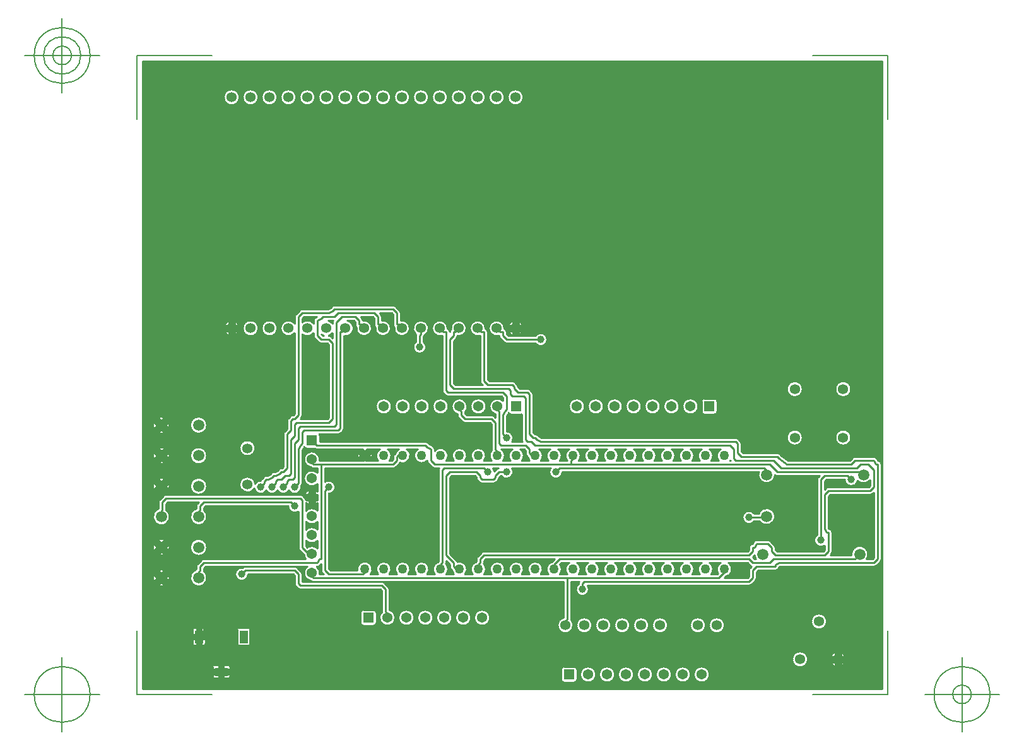
<source format=gbr>
G04 Generated by Ultiboard 13.0 *
%FSLAX24Y24*%
%MOIN*%

%ADD10C,0.0001*%
%ADD11C,0.0100*%
%ADD12C,0.0001*%
%ADD13C,0.0050*%
%ADD14C,0.0534*%
%ADD15C,0.0394*%
%ADD16C,0.0500*%
%ADD17C,0.0540*%
%ADD18R,0.0540X0.0540*%
%ADD19C,0.0591*%


G04 ColorRGB 0000FF for the following layer *
%LNCopper Bottom*%
%LPD*%
G54D10*
G36*
X39219Y151D02*
X39219Y151D01*
X39219Y33314D01*
X151Y33314D01*
X151Y151D01*
X39219Y151D01*
D02*
G37*
%LPC*%
G36*
X18747Y3673D02*
G75*
D01*
G02X18747Y3673I353J227*
G01*
D02*
G37*
G36*
X3400Y9584D02*
G75*
D01*
G02X2969Y9652I-276J-348*
G01*
G74*
D01*
G02X2982Y9666I154J130*
G01*
X2982Y9666D01*
X2999Y9683D01*
X2999Y9800D01*
G75*
D01*
G02X3058Y9942I201J0*
G01*
X3058Y9942D01*
X3115Y9999D01*
X1483Y9999D01*
X1401Y9917D01*
X1401Y9606D01*
G75*
D01*
G02X974Y9641I-245J-371*
G01*
G74*
D01*
G02X999Y9682I182J83*
G01*
X999Y9682D01*
X999Y10000D01*
G75*
D01*
G02X1058Y10142I201J0*
G01*
X1058Y10142D01*
X1258Y10342D01*
G74*
D01*
G02X1371Y10399I142J141*
G01*
G75*
D01*
G02X1400Y10401I28J-199*
G01*
X1400Y10401D01*
X8500Y10401D01*
G75*
D01*
G02X8572Y10388I1J-201*
G01*
G74*
D01*
G02X8642Y10342I73J187*
G01*
X8642Y10342D01*
X8742Y10242D01*
G74*
D01*
G02X8800Y10118I141J142*
G01*
X8800Y10118D01*
X8956Y10118D01*
X8956Y9875D01*
G74*
D01*
G02X8801Y9977I147J392*
G01*
X8801Y9977D01*
X8801Y9557D01*
G75*
D01*
G02X9399Y9567I304J-290*
G01*
X9399Y9567D01*
X9399Y9967D01*
G74*
D01*
G02X9254Y9875I293J301*
G01*
X9254Y9875D01*
X9254Y10118D01*
X9399Y10118D01*
X9399Y10416D01*
X9254Y10416D01*
X9254Y10660D01*
G74*
D01*
G02X9399Y10567I149J393*
G01*
X9399Y10567D01*
X9399Y10967D01*
G75*
D01*
G02X9399Y11567I-294J300*
G01*
X9399Y11567D01*
X9399Y11799D01*
X9200Y11799D01*
G75*
D01*
G02X9129Y11812I0J201*
G01*
G74*
D01*
G02X9067Y11849I70J187*
G01*
G75*
D01*
G02X9520Y12201I39J417*
G01*
X9520Y12201D01*
X11839Y12201D01*
X11905Y12267D01*
X11971Y12201D01*
X12606Y12201D01*
G75*
D01*
G02X12682Y12799I299J266*
G01*
X12682Y12799D01*
X12036Y12799D01*
X11905Y12668D01*
X11774Y12799D01*
X9372Y12799D01*
G75*
D01*
G02X9322Y12805I-1J201*
G01*
G74*
D01*
G02X9243Y12846I51J194*
G01*
X9243Y12846D01*
X8835Y12846D01*
G75*
D01*
G02X8705Y12921I0J151*
G01*
X8705Y12921D01*
X8665Y12881D01*
X8601Y12753D01*
X8601Y11000D01*
G75*
D01*
G02X8542Y10858I-201J0*
G01*
G75*
D01*
G02X7900Y10626I-340J-63*
G01*
G75*
D01*
G02X7300Y10626I-300J172*
G01*
G75*
D01*
G02X6700Y10626I-300J172*
G01*
G75*
D01*
G02X6060Y10730I-301J171*
G01*
G75*
D01*
G02X6113Y10995I-359J210*
G01*
G75*
D01*
G02X6405Y11147I287J-194*
G01*
G74*
D01*
G02X6458Y11242I195J46*
G01*
X6458Y11242D01*
X6558Y11342D01*
G75*
D01*
G02X6700Y11401I142J-141*
G01*
X6700Y11401D01*
X6753Y11401D01*
X6881Y11465D01*
X6958Y11542D01*
G75*
D01*
G02X7100Y11601I142J-141*
G01*
X7100Y11601D01*
X7153Y11601D01*
X7281Y11665D01*
X7358Y11742D01*
G75*
D01*
G02X7500Y11801I142J-141*
G01*
X7500Y11801D01*
X7517Y11801D01*
X7599Y11883D01*
X7599Y13600D01*
G75*
D01*
G02X7658Y13742I201J0*
G01*
X7658Y13742D01*
X7799Y13883D01*
X7799Y14300D01*
G75*
D01*
G02X7858Y14442I201J0*
G01*
X7858Y14442D01*
X7958Y14542D01*
G75*
D01*
G02X8100Y14601I142J-141*
G01*
X8100Y14601D01*
X8117Y14601D01*
X8199Y14683D01*
X8199Y18944D01*
G75*
D01*
G02X8199Y19452I-331J254*
G01*
X8199Y19452D01*
X8199Y19800D01*
G75*
D01*
G02X8258Y19942I201J0*
G01*
X8258Y19942D01*
X8458Y20142D01*
G75*
D01*
G02X8600Y20201I142J-141*
G01*
X8600Y20201D01*
X9953Y20201D01*
X10081Y20265D01*
X10158Y20342D01*
G75*
D01*
G02X10300Y20401I142J-141*
G01*
X10300Y20401D01*
X13400Y20401D01*
G74*
D01*
G02X13542Y20342I0J201*
G01*
X13542Y20342D01*
X13742Y20142D01*
G74*
D01*
G02X13801Y20000I141J142*
G01*
X13801Y20000D01*
X13801Y19609D01*
G75*
D01*
G02X13456Y19260I66J-411*
G01*
G75*
D01*
G02X13399Y19400I143J140*
G01*
X13399Y19400D01*
X13399Y19917D01*
X13317Y19999D01*
X12685Y19999D01*
X12742Y19942D01*
G74*
D01*
G02X12801Y19800I141J142*
G01*
X12801Y19800D01*
X12801Y19609D01*
G75*
D01*
G02X12456Y19260I66J-411*
G01*
G75*
D01*
G02X12399Y19400I143J140*
G01*
X12399Y19400D01*
X12399Y19717D01*
X12317Y19799D01*
X11685Y19799D01*
X11742Y19742D01*
G74*
D01*
G02X11801Y19609I141J142*
G01*
G75*
D01*
G02X11456Y19260I66J-411*
G01*
G75*
D01*
G02X11399Y19400I143J140*
G01*
X11399Y19400D01*
X11399Y19517D01*
X11317Y19599D01*
X10981Y19599D01*
G75*
D01*
G02X10801Y18786I-90J-407*
G01*
X10801Y18786D01*
X10801Y13900D01*
G75*
D01*
G02X10742Y13758I-201J0*
G01*
X10742Y13758D01*
X10642Y13658D01*
G74*
D01*
G02X10500Y13599I142J141*
G01*
X10500Y13599D01*
X9512Y13599D01*
G74*
D01*
G02X9526Y13537I136J63*
G01*
X9526Y13537D01*
X9526Y13201D01*
X15100Y13201D01*
G75*
D01*
G02X15172Y13188I1J-201*
G01*
G74*
D01*
G02X15242Y13142I73J187*
G01*
X15242Y13142D01*
X15319Y13065D01*
X15490Y12980D01*
G74*
D01*
G02X15601Y12800I90J180*
G01*
X15601Y12800D01*
X15601Y12727D01*
G75*
D01*
G02X16204Y12201I301J-263*
G01*
X16204Y12201D01*
X16606Y12201D01*
G75*
D01*
G02X17204Y12201I299J266*
G01*
X17204Y12201D01*
X17606Y12201D01*
G75*
D01*
G02X18204Y12201I299J266*
G01*
X18204Y12201D01*
X18606Y12201D01*
G75*
D01*
G02X18609Y12737I298J266*
G01*
G75*
D01*
G02X18599Y12800I191J63*
G01*
X18599Y12800D01*
X18599Y14117D01*
X18517Y14199D01*
X17200Y14199D01*
G75*
D01*
G02X17171Y14201I-1J201*
G01*
G74*
D01*
G02X17058Y14258I29J199*
G01*
X17058Y14258D01*
X16858Y14458D01*
G75*
D01*
G02X16799Y14600I141J142*
G01*
X16799Y14600D01*
X16799Y14661D01*
G75*
D01*
G02X17201Y14769I107J405*
G01*
X17201Y14769D01*
X17201Y14683D01*
X17283Y14601D01*
X18600Y14601D01*
G75*
D01*
G02X18666Y14590I0J-201*
G01*
G74*
D01*
G02X18742Y14542I67J190*
G01*
X18742Y14542D01*
X18747Y14537D01*
X18799Y14485D01*
X18799Y14661D01*
G75*
D01*
G02X19199Y15367I109J405*
G01*
X19199Y15367D01*
X19199Y15517D01*
X19117Y15599D01*
X16300Y15599D01*
G75*
D01*
G02X16284Y15600I5J201*
G01*
G74*
D01*
G02X16158Y15658I15J199*
G01*
X16158Y15658D01*
X16058Y15758D01*
G75*
D01*
G02X15999Y15901I141J142*
G01*
X15999Y15901D01*
X15999Y18802D01*
G75*
D01*
G02X16285Y19182I-131J396*
G01*
G74*
D01*
G02X16400Y19020I84J181*
G01*
G74*
D01*
G02X16456Y19140I199J20*
G01*
G75*
D01*
G02X16801Y18786I412J57*
G01*
G74*
D01*
G02X16742Y18658I200J15*
G01*
X16742Y18658D01*
X16601Y18517D01*
X16601Y16283D01*
X16683Y16201D01*
X18115Y16201D01*
X18058Y16258D01*
G75*
D01*
G02X17999Y16400I141J142*
G01*
X17999Y16400D01*
X17999Y18802D01*
G75*
D01*
G02X18285Y19182I-131J396*
G01*
G74*
D01*
G02X18401Y19000I84J182*
G01*
X18401Y19000D01*
X18401Y16483D01*
X18483Y16401D01*
X19700Y16401D01*
G75*
D01*
G02X19772Y16388I1J-201*
G01*
G74*
D01*
G02X19842Y16342I73J187*
G01*
X19842Y16342D01*
X19942Y16242D01*
G74*
D01*
G02X20001Y16100I141J142*
G01*
X20001Y16100D01*
X20001Y16083D01*
X20083Y16001D01*
X20500Y16001D01*
G75*
D01*
G02X20572Y15988I1J-201*
G01*
G74*
D01*
G02X20642Y15942I73J187*
G01*
X20642Y15942D01*
X20742Y15842D01*
G74*
D01*
G02X20801Y15700I141J142*
G01*
X20801Y15700D01*
X20801Y13683D01*
X20883Y13601D01*
X20900Y13601D01*
G75*
D01*
G02X20972Y13588I1J-201*
G01*
G74*
D01*
G02X21042Y13542I73J187*
G01*
X21042Y13542D01*
X21119Y13465D01*
X21247Y13401D01*
X31500Y13401D01*
G75*
D01*
G02X31572Y13388I1J-201*
G01*
G74*
D01*
G02X31642Y13342I73J187*
G01*
X31642Y13342D01*
X31742Y13242D01*
G74*
D01*
G02X31801Y13100I141J142*
G01*
X31801Y13100D01*
X31801Y12683D01*
X31883Y12601D01*
X33700Y12601D01*
G75*
D01*
G02X33772Y12588I1J-201*
G01*
G74*
D01*
G02X33842Y12542I73J187*
G01*
X33842Y12542D01*
X33932Y12452D01*
X34267Y12201D01*
X37517Y12201D01*
X37658Y12342D01*
G74*
D01*
G02X37771Y12399I142J141*
G01*
G75*
D01*
G02X37800Y12401I28J-199*
G01*
X37800Y12401D01*
X38800Y12401D01*
G75*
D01*
G02X38855Y12393I-1J-201*
G01*
G74*
D01*
G02X38980Y12290I54J193*
G01*
X38980Y12290D01*
X39025Y12199D01*
G74*
D01*
G02X39201Y12000I24J199*
G01*
X39201Y12000D01*
X39201Y7000D01*
G75*
D01*
G02X39142Y6858I-201J0*
G01*
X39142Y6858D01*
X38942Y6658D01*
G74*
D01*
G02X38800Y6599I142J141*
G01*
X38800Y6599D01*
X33847Y6599D01*
X33799Y6575D01*
G74*
D01*
G02X33600Y6399I199J24*
G01*
X33600Y6399D01*
X32683Y6399D01*
X32601Y6317D01*
X32601Y6000D01*
G75*
D01*
G02X32542Y5858I-201J0*
G01*
X32542Y5858D01*
X32342Y5658D01*
G74*
D01*
G02X32200Y5599I142J141*
G01*
X32200Y5599D01*
X23684Y5599D01*
G75*
D01*
G02X23199Y5683I-284J-198*
G01*
X23199Y5683D01*
X23199Y5700D01*
G75*
D01*
G02X23225Y5799I201J0*
G01*
X23225Y5799D01*
X22801Y5799D01*
X22801Y3800D01*
G75*
D01*
G02X22801Y3789I-201J-5*
G01*
G75*
D01*
G02X22399Y3904I-300J-289*
G01*
X22399Y3904D01*
X22399Y5799D01*
X12828Y5799D01*
G74*
D01*
G02X12866Y5790I27J198*
G01*
G74*
D01*
G02X12942Y5742I67J190*
G01*
X12942Y5742D01*
X13142Y5542D01*
G74*
D01*
G02X13201Y5400I141J142*
G01*
X13201Y5400D01*
X13201Y4308D01*
G75*
D01*
G02X12799Y4193I-101J-408*
G01*
G75*
D01*
G02X12799Y4201I201J4*
G01*
X12799Y4201D01*
X12799Y5317D01*
X12717Y5399D01*
X8500Y5399D01*
G75*
D01*
G02X8484Y5400I5J201*
G01*
G74*
D01*
G02X8358Y5458I15J199*
G01*
X8358Y5458D01*
X8258Y5558D01*
G75*
D01*
G02X8199Y5701I141J142*
G01*
X8199Y5701D01*
X8199Y6117D01*
X8117Y6199D01*
X5747Y6199D01*
G75*
D01*
G02X5458Y6542I-347J1*
G01*
X5458Y6542D01*
X5458Y6542D01*
G74*
D01*
G02X5571Y6599I142J141*
G01*
X5572Y6599D01*
X5572Y6599D01*
X3483Y6599D01*
X3401Y6517D01*
X3401Y6400D01*
G75*
D01*
G02X3397Y6358I-201J-2*
G01*
G75*
D01*
G02X2944Y6414I-273J-351*
G01*
G74*
D01*
G02X2982Y6466I179J91*
G01*
X2982Y6466D01*
X2999Y6483D01*
X2999Y6600D01*
G75*
D01*
G02X3058Y6742I201J0*
G01*
X3058Y6742D01*
X3258Y6942D01*
G74*
D01*
G02X3371Y6999I142J141*
G01*
G75*
D01*
G02X3400Y7001I28J-199*
G01*
X3400Y7001D01*
X8780Y7001D01*
G74*
D01*
G02X8687Y7229I324J265*
G01*
X8687Y7229D01*
X8458Y7458D01*
G75*
D01*
G02X8399Y7600I141J142*
G01*
X8399Y7600D01*
X8399Y9516D01*
G75*
D01*
G02X7853Y9799I-200J282*
G01*
X7853Y9799D01*
X3483Y9799D01*
X3401Y9717D01*
X3401Y9600D01*
G75*
D01*
G02X3400Y9584I-201J5*
G01*
D02*
G37*
G36*
X28196Y3215D02*
G75*
D01*
G02X28196Y3215I304J285*
G01*
D02*
G37*
G36*
X9298Y10319D02*
G75*
D01*
G02X9298Y10319I-193J-52*
G01*
D02*
G37*
G36*
X18747Y31004D02*
G75*
D01*
G02X18747Y31004I121J398*
G01*
D02*
G37*
G36*
X28196Y14657D02*
G75*
D01*
G02X28196Y14657I-91J410*
G01*
D02*
G37*
G36*
X18999Y18800D02*
X18999Y18800D01*
X18999Y18802D01*
G75*
D01*
G02X19285Y19182I-131J396*
G01*
G74*
D01*
G02X19401Y19000I84J182*
G01*
X19401Y19000D01*
X19401Y18883D01*
X19483Y18801D01*
X20917Y18801D01*
G75*
D01*
G02X20917Y18399I283J-201*
G01*
X20917Y18399D01*
X19400Y18399D01*
G75*
D01*
G02X19371Y18401I-1J201*
G01*
G74*
D01*
G02X19258Y18458I29J199*
G01*
X19258Y18458D01*
X19058Y18658D01*
G75*
D01*
G02X18999Y18800I141J142*
G01*
D02*
G37*
G36*
X15066Y18830D02*
G74*
D01*
G02X15010Y18726I197J39*
G01*
X15010Y18726D01*
X15001Y18717D01*
X15001Y18483D01*
G75*
D01*
G02X14599Y18483I-201J-283*
G01*
X14599Y18483D01*
X14599Y18800D01*
G75*
D01*
G02X14611Y18869I201J1*
G01*
G75*
D01*
G02X15066Y18830I257J328*
G01*
D02*
G37*
G36*
X12270Y12631D02*
G75*
D01*
G02X12270Y12303I-365J-164*
G01*
X12270Y12303D01*
X12106Y12467D01*
X12270Y12631D01*
D02*
G37*
G36*
X11730Y12467D02*
G75*
D01*
G02X11730Y12467I175J0*
G01*
D02*
G37*
G36*
X11540Y12631D02*
X11540Y12631D01*
X11704Y12467D01*
X11540Y12303D01*
G75*
D01*
G02X11540Y12631I365J164*
G01*
D02*
G37*
G36*
X4452Y31402D02*
G75*
D01*
G02X4452Y31402I416J0*
G01*
D02*
G37*
G36*
X5452Y31402D02*
G75*
D01*
G02X5452Y31402I416J0*
G01*
D02*
G37*
G36*
X6452Y31402D02*
G75*
D01*
G02X6452Y31402I416J0*
G01*
D02*
G37*
G36*
X7452Y31402D02*
G75*
D01*
G02X7452Y31402I416J0*
G01*
D02*
G37*
G36*
X8452Y31402D02*
G75*
D01*
G02X8452Y31402I416J0*
G01*
D02*
G37*
G36*
X9452Y31402D02*
G75*
D01*
G02X9452Y31402I416J0*
G01*
D02*
G37*
G36*
X10452Y31402D02*
G75*
D01*
G02X10452Y31402I416J0*
G01*
D02*
G37*
G36*
X11452Y31402D02*
G75*
D01*
G02X11452Y31402I416J0*
G01*
D02*
G37*
G36*
X12452Y31402D02*
G75*
D01*
G02X12452Y31402I416J0*
G01*
D02*
G37*
G36*
X13452Y31402D02*
G75*
D01*
G02X13452Y31402I416J0*
G01*
D02*
G37*
G36*
X14452Y31402D02*
G75*
D01*
G02X14452Y31402I416J0*
G01*
D02*
G37*
G36*
X15452Y31402D02*
G75*
D01*
G02X15452Y31402I416J0*
G01*
D02*
G37*
G36*
X16452Y31402D02*
G75*
D01*
G02X16452Y31402I416J0*
G01*
D02*
G37*
G36*
X17452Y31402D02*
G75*
D01*
G02X17452Y31402I416J0*
G01*
D02*
G37*
G36*
X19452Y31402D02*
G75*
D01*
G02X19452Y31402I416J0*
G01*
D02*
G37*
G36*
X26685Y15067D02*
G75*
D01*
G02X26685Y15067I420J0*
G01*
D02*
G37*
G36*
X25685Y15067D02*
G75*
D01*
G02X25685Y15067I420J0*
G01*
D02*
G37*
G36*
X24685Y15067D02*
G75*
D01*
G02X24685Y15067I420J0*
G01*
D02*
G37*
G36*
X23685Y15067D02*
G75*
D01*
G02X23685Y15067I420J0*
G01*
D02*
G37*
G36*
X22685Y15067D02*
G75*
D01*
G02X22685Y15067I420J0*
G01*
D02*
G37*
G36*
X23121Y630D02*
G75*
D01*
G02X22970Y479I-151J0*
G01*
X22970Y479D01*
X22430Y479D01*
G75*
D01*
G02X22279Y630I0J151*
G01*
X22279Y630D01*
X22279Y1170D01*
G75*
D01*
G02X22430Y1321I151J0*
G01*
X22430Y1321D01*
X22970Y1321D01*
G74*
D01*
G02X23121Y1170I0J151*
G01*
X23121Y1170D01*
X23121Y630D01*
D02*
G37*
G36*
X23280Y900D02*
G75*
D01*
G02X23280Y900I420J0*
G01*
D02*
G37*
G36*
X24280Y900D02*
G75*
D01*
G02X24280Y900I420J0*
G01*
D02*
G37*
G36*
X25280Y900D02*
G75*
D01*
G02X25280Y900I420J0*
G01*
D02*
G37*
G36*
X26280Y900D02*
G75*
D01*
G02X26280Y900I420J0*
G01*
D02*
G37*
G36*
X27280Y900D02*
G75*
D01*
G02X27280Y900I420J0*
G01*
D02*
G37*
G36*
X23083Y3500D02*
G75*
D01*
G02X23083Y3500I417J0*
G01*
D02*
G37*
G36*
X24083Y3500D02*
G75*
D01*
G02X24083Y3500I417J0*
G01*
D02*
G37*
G36*
X25083Y3500D02*
G75*
D01*
G02X25083Y3500I417J0*
G01*
D02*
G37*
G36*
X26083Y3500D02*
G75*
D01*
G02X26083Y3500I417J0*
G01*
D02*
G37*
G36*
X27083Y3500D02*
G75*
D01*
G02X27083Y3500I417J0*
G01*
D02*
G37*
G36*
X17680Y3900D02*
G75*
D01*
G02X17680Y3900I420J0*
G01*
D02*
G37*
G36*
X16680Y3900D02*
G75*
D01*
G02X16680Y3900I420J0*
G01*
D02*
G37*
G36*
X15680Y3900D02*
G75*
D01*
G02X15680Y3900I420J0*
G01*
D02*
G37*
G36*
X14680Y3900D02*
G75*
D01*
G02X14680Y3900I420J0*
G01*
D02*
G37*
G36*
X13680Y3900D02*
G75*
D01*
G02X13680Y3900I420J0*
G01*
D02*
G37*
G36*
X12521Y3630D02*
G75*
D01*
G02X12370Y3479I-151J0*
G01*
X12370Y3479D01*
X11830Y3479D01*
G75*
D01*
G02X11679Y3630I0J151*
G01*
X11679Y3630D01*
X11679Y4170D01*
G75*
D01*
G02X11830Y4321I151J0*
G01*
X11830Y4321D01*
X12370Y4321D01*
G74*
D01*
G02X12521Y4170I0J151*
G01*
X12521Y4170D01*
X12521Y3630D01*
D02*
G37*
G36*
X17485Y15067D02*
G75*
D01*
G02X17485Y15067I420J0*
G01*
D02*
G37*
G36*
X15485Y15067D02*
G75*
D01*
G02X15485Y15067I420J0*
G01*
D02*
G37*
G36*
X14485Y15067D02*
G75*
D01*
G02X14485Y15067I420J0*
G01*
D02*
G37*
G36*
X13485Y15067D02*
G75*
D01*
G02X13485Y15067I420J0*
G01*
D02*
G37*
G36*
X12485Y15067D02*
G75*
D01*
G02X12485Y15067I420J0*
G01*
D02*
G37*
G36*
X35483Y3700D02*
G75*
D01*
G02X35483Y3700I417J0*
G01*
D02*
G37*
G36*
X30083Y3500D02*
G75*
D01*
G02X30083Y3500I417J0*
G01*
D02*
G37*
G36*
X29083Y3500D02*
G75*
D01*
G02X29083Y3500I417J0*
G01*
D02*
G37*
G36*
X36510Y1848D02*
G74*
D01*
G02X36752Y2090I390J148*
G01*
X36752Y2090D01*
X36752Y1848D01*
X36510Y1848D01*
D02*
G37*
G36*
X37290Y1552D02*
G74*
D01*
G02X37048Y1310I390J148*
G01*
X37048Y1310D01*
X37048Y1552D01*
X37290Y1552D01*
D02*
G37*
G36*
X36752Y1310D02*
G74*
D01*
G02X36510Y1552I148J390*
G01*
X36510Y1552D01*
X36752Y1552D01*
X36752Y1310D01*
D02*
G37*
G36*
X36703Y1700D02*
G75*
D01*
G02X36703Y1700I197J0*
G01*
D02*
G37*
G36*
X37048Y2090D02*
G74*
D01*
G02X37290Y1848I148J390*
G01*
X37290Y1848D01*
X37048Y1848D01*
X37048Y2090D01*
D02*
G37*
G36*
X34483Y1700D02*
G75*
D01*
G02X34483Y1700I417J0*
G01*
D02*
G37*
G36*
X29280Y900D02*
G75*
D01*
G02X29280Y900I420J0*
G01*
D02*
G37*
G36*
X28280Y900D02*
G75*
D01*
G02X28280Y900I420J0*
G01*
D02*
G37*
G36*
X36763Y15980D02*
G75*
D01*
G02X36763Y15980I417J0*
G01*
D02*
G37*
G36*
X34204Y13420D02*
G75*
D01*
G02X34204Y13420I416J0*
G01*
D02*
G37*
G36*
X36763Y13420D02*
G75*
D01*
G02X36763Y13420I417J0*
G01*
D02*
G37*
G36*
X28685Y15067D02*
G75*
D01*
G02X28685Y15067I420J0*
G01*
D02*
G37*
G36*
X29684Y15337D02*
G75*
D01*
G02X29835Y15488I151J0*
G01*
X29835Y15488D01*
X30375Y15488D01*
G74*
D01*
G02X30526Y15337I0J151*
G01*
X30526Y15337D01*
X30526Y14797D01*
G75*
D01*
G02X30375Y14646I-151J0*
G01*
X30375Y14646D01*
X29835Y14646D01*
G75*
D01*
G02X29684Y14797I0J151*
G01*
X29684Y14797D01*
X29684Y15337D01*
D02*
G37*
G36*
X34204Y15980D02*
G75*
D01*
G02X34204Y15980I416J0*
G01*
D02*
G37*
G36*
X4101Y927D02*
G75*
D01*
G02X4101Y1173I99J123*
G01*
X4101Y1173D01*
X3854Y1173D01*
X3854Y1310D01*
G75*
D01*
G02X3940Y1397I86J1*
G01*
X3940Y1397D01*
X4196Y1397D01*
X4196Y1208D01*
G75*
D01*
G02X4201Y1208I3J-158*
G01*
X4201Y1208D01*
X4437Y1208D01*
G74*
D01*
G02X4442Y1208I3J158*
G01*
X4442Y1208D01*
X4442Y1397D01*
X4697Y1397D01*
G74*
D01*
G02X4784Y1310I0J87*
G01*
X4784Y1310D01*
X4784Y1173D01*
X4536Y1173D01*
G75*
D01*
G02X4536Y927I-98J-123*
G01*
X4536Y927D01*
X4784Y927D01*
X4784Y789D01*
G75*
D01*
G02X4697Y703I-87J1*
G01*
X4697Y703D01*
X4442Y703D01*
X4442Y891D01*
G74*
D01*
G02X4437Y891I2J159*
G01*
X4437Y891D01*
X4201Y891D01*
G75*
D01*
G02X4196Y891I-2J159*
G01*
X4196Y891D01*
X4196Y703D01*
X3940Y703D01*
G75*
D01*
G02X3854Y789I0J86*
G01*
X3854Y789D01*
X3854Y927D01*
X4101Y927D01*
D02*
G37*
G36*
X2980Y2777D02*
G75*
D01*
G02X2980Y2782I158J3*
G01*
X2980Y2782D01*
X2980Y3018D01*
G74*
D01*
G02X2980Y3023I158J3*
G01*
X2980Y3023D01*
X2791Y3023D01*
X2791Y3278D01*
G75*
D01*
G02X2877Y3365I86J1*
G01*
X2877Y3365D01*
X3015Y3365D01*
X3015Y3118D01*
G75*
D01*
G02X3261Y3118I123J-99*
G01*
X3261Y3118D01*
X3261Y3365D01*
X3398Y3365D01*
G74*
D01*
G02X3485Y3278I0J87*
G01*
X3485Y3278D01*
X3485Y3023D01*
X3296Y3023D01*
G74*
D01*
G02X3296Y3018I158J2*
G01*
X3296Y3018D01*
X3296Y2782D01*
G75*
D01*
G02X3296Y2777I-158J-2*
G01*
X3296Y2777D01*
X3485Y2777D01*
X3485Y2522D01*
G75*
D01*
G02X3398Y2435I-87J0*
G01*
X3398Y2435D01*
X3261Y2435D01*
X3261Y2682D01*
G75*
D01*
G02X3015Y2682I-123J99*
G01*
X3015Y2682D01*
X3015Y2435D01*
X2877Y2435D01*
G75*
D01*
G02X2791Y2522I1J87*
G01*
X2791Y2522D01*
X2791Y2777D01*
X2980Y2777D01*
D02*
G37*
G36*
X5153Y3278D02*
G75*
D01*
G02X5240Y3365I87J0*
G01*
X5240Y3365D01*
X5760Y3365D01*
G74*
D01*
G02X5847Y3278I0J87*
G01*
X5847Y3278D01*
X5847Y2522D01*
G75*
D01*
G02X5760Y2435I-87J0*
G01*
X5760Y2435D01*
X5240Y2435D01*
G75*
D01*
G02X5153Y2522I0J87*
G01*
X5153Y2522D01*
X5153Y3278D01*
D02*
G37*
G36*
X749Y6189D02*
X749Y6189D01*
X932Y6006D01*
X749Y5824D01*
G75*
D01*
G02X749Y6189I405J183*
G01*
D02*
G37*
G36*
X972Y6412D02*
G75*
D01*
G02X1338Y6412I183J-406*
G01*
X1338Y6412D01*
X1155Y6230D01*
X972Y6412D01*
D02*
G37*
G36*
X1561Y6189D02*
G75*
D01*
G02X1561Y5824I-406J-182*
G01*
X1561Y5824D01*
X1378Y6006D01*
X1561Y6189D01*
D02*
G37*
G36*
X1338Y5600D02*
G75*
D01*
G02X972Y5600I-183J406*
G01*
X972Y5600D01*
X1155Y5783D01*
X1338Y5600D01*
D02*
G37*
G36*
X978Y6006D02*
G75*
D01*
G02X978Y6006I177J0*
G01*
D02*
G37*
G36*
X749Y7803D02*
X749Y7803D01*
X932Y7620D01*
X749Y7438D01*
G75*
D01*
G02X749Y7803I405J183*
G01*
D02*
G37*
G36*
X972Y8027D02*
G75*
D01*
G02X1338Y8027I183J-407*
G01*
X1338Y8027D01*
X1155Y7844D01*
X972Y8027D01*
D02*
G37*
G36*
X1561Y7803D02*
G75*
D01*
G02X1561Y7438I-406J-182*
G01*
X1561Y7438D01*
X1378Y7620D01*
X1561Y7803D01*
D02*
G37*
G36*
X1338Y7214D02*
G75*
D01*
G02X972Y7214I-183J406*
G01*
X972Y7214D01*
X1155Y7397D01*
X1338Y7214D01*
D02*
G37*
G36*
X978Y7620D02*
G75*
D01*
G02X978Y7620I177J0*
G01*
D02*
G37*
G36*
X2678Y7620D02*
G75*
D01*
G02X2678Y7620I446J0*
G01*
D02*
G37*
G36*
X4721Y18808D02*
G74*
D01*
G02X4479Y19050I147J389*
G01*
X4479Y19050D01*
X4721Y19050D01*
X4721Y18808D01*
D02*
G37*
G36*
X5258Y19050D02*
G74*
D01*
G02X5016Y18808I390J148*
G01*
X5016Y18808D01*
X5016Y19050D01*
X5258Y19050D01*
D02*
G37*
G36*
X5452Y19198D02*
G75*
D01*
G02X5452Y19198I416J0*
G01*
D02*
G37*
G36*
X6452Y19198D02*
G75*
D01*
G02X6452Y19198I416J0*
G01*
D02*
G37*
G36*
X4672Y19198D02*
G75*
D01*
G02X4672Y19198I196J0*
G01*
D02*
G37*
G36*
X4479Y19345D02*
G74*
D01*
G02X4721Y19587I388J146*
G01*
X4721Y19587D01*
X4721Y19345D01*
X4479Y19345D01*
D02*
G37*
G36*
X5016Y19587D02*
G74*
D01*
G02X5258Y19345I147J389*
G01*
X5258Y19345D01*
X5016Y19345D01*
X5016Y19587D01*
D02*
G37*
G36*
X972Y14483D02*
G75*
D01*
G02X1338Y14483I183J-406*
G01*
X1338Y14483D01*
X1155Y14300D01*
X972Y14483D01*
D02*
G37*
G36*
X2678Y14077D02*
G75*
D01*
G02X2678Y14077I446J0*
G01*
D02*
G37*
G36*
X1338Y13671D02*
G75*
D01*
G02X972Y13671I-183J406*
G01*
X972Y13671D01*
X1155Y13854D01*
X1338Y13671D01*
D02*
G37*
G36*
X978Y14077D02*
G75*
D01*
G02X978Y14077I177J0*
G01*
D02*
G37*
G36*
X1561Y14260D02*
G75*
D01*
G02X1561Y13894I-406J-183*
G01*
X1561Y13894D01*
X1378Y14077D01*
X1561Y14260D01*
D02*
G37*
G36*
X749Y14260D02*
X749Y14260D01*
X932Y14077D01*
X749Y13894D01*
G75*
D01*
G02X749Y14260I406J183*
G01*
D02*
G37*
G36*
X972Y12869D02*
G75*
D01*
G02X1338Y12869I183J-406*
G01*
X1338Y12869D01*
X1155Y12686D01*
X972Y12869D01*
D02*
G37*
G36*
X5283Y12861D02*
G75*
D01*
G02X5283Y12861I417J0*
G01*
D02*
G37*
G36*
X2678Y12463D02*
G75*
D01*
G02X2678Y12463I446J0*
G01*
D02*
G37*
G36*
X1338Y12057D02*
G75*
D01*
G02X972Y12057I-183J406*
G01*
X972Y12057D01*
X1155Y12240D01*
X1338Y12057D01*
D02*
G37*
G36*
X978Y12463D02*
G75*
D01*
G02X978Y12463I177J0*
G01*
D02*
G37*
G36*
X1561Y12646D02*
G75*
D01*
G02X1561Y12280I-406J-183*
G01*
X1561Y12280D01*
X1378Y12463D01*
X1561Y12646D01*
D02*
G37*
G36*
X749Y12646D02*
X749Y12646D01*
X932Y12463D01*
X749Y12280D01*
G75*
D01*
G02X749Y12646I406J183*
G01*
D02*
G37*
G36*
X972Y11255D02*
G75*
D01*
G02X1338Y11255I183J-406*
G01*
X1338Y11255D01*
X1155Y11072D01*
X972Y11255D01*
D02*
G37*
G36*
X8712Y10416D02*
G74*
D01*
G02X8956Y10660I393J149*
G01*
X8956Y10660D01*
X8956Y10416D01*
X8712Y10416D01*
D02*
G37*
G36*
X2678Y10849D02*
G75*
D01*
G02X2678Y10849I446J0*
G01*
D02*
G37*
G36*
X1338Y10443D02*
G75*
D01*
G02X972Y10443I-183J406*
G01*
X972Y10443D01*
X1155Y10626D01*
X1338Y10443D01*
D02*
G37*
G36*
X978Y10849D02*
G75*
D01*
G02X978Y10849I177J0*
G01*
D02*
G37*
G36*
X1561Y11032D02*
G75*
D01*
G02X1561Y10666I-406J-183*
G01*
X1561Y10666D01*
X1378Y10849D01*
X1561Y11032D01*
D02*
G37*
G36*
X749Y11032D02*
X749Y11032D01*
X932Y10849D01*
X749Y10666D01*
G75*
D01*
G02X749Y11032I406J183*
G01*
D02*
G37*
G36*
X20016Y19587D02*
G74*
D01*
G02X20258Y19345I147J389*
G01*
X20258Y19345D01*
X20016Y19345D01*
X20016Y19587D01*
D02*
G37*
G36*
X19721Y18808D02*
G74*
D01*
G02X19479Y19050I147J389*
G01*
X19479Y19050D01*
X19721Y19050D01*
X19721Y18808D01*
D02*
G37*
G36*
X20258Y19050D02*
G74*
D01*
G02X20016Y18808I390J148*
G01*
X20016Y18808D01*
X20016Y19050D01*
X20258Y19050D01*
D02*
G37*
G36*
X19479Y19345D02*
G74*
D01*
G02X19721Y19587I388J146*
G01*
X19721Y19587D01*
X19721Y19345D01*
X19479Y19345D01*
D02*
G37*
G36*
X19672Y19198D02*
G75*
D01*
G02X19672Y19198I196J0*
G01*
D02*
G37*
%LPD*%
G36*
X16742Y6942D02*
G74*
D01*
G02X16794Y6852I141J142*
G01*
G75*
D01*
G02X17204Y6201I112J-384*
G01*
X17204Y6201D01*
X17606Y6201D01*
G75*
D01*
G02X17754Y6838I298J266*
G01*
G74*
D01*
G02X17763Y6847I147J138*
G01*
X17763Y6847D01*
X17799Y6883D01*
X17799Y7000D01*
G75*
D01*
G02X17858Y7142I201J0*
G01*
X17858Y7142D01*
X18058Y7342D01*
G75*
D01*
G02X18200Y7401I142J-141*
G01*
X18200Y7401D01*
X32117Y7401D01*
X32199Y7483D01*
X32199Y7600D01*
G74*
D01*
G02X32375Y7799I201J0*
G01*
X32375Y7799D01*
X32420Y7890D01*
G75*
D01*
G02X32600Y8001I180J-90*
G01*
X32600Y8001D01*
X33200Y8001D01*
G74*
D01*
G02X33342Y7942I0J201*
G01*
X33342Y7942D01*
X33542Y7742D01*
G74*
D01*
G02X33601Y7600I141J142*
G01*
X33601Y7600D01*
X33601Y7483D01*
X33683Y7401D01*
X36117Y7401D01*
X36199Y7483D01*
X36199Y7716D01*
G75*
D01*
G02X35799Y8283I-200J283*
G01*
X35799Y8283D01*
X35799Y11200D01*
G75*
D01*
G02X35858Y11342I201J0*
G01*
X35858Y11342D01*
X35915Y11399D01*
X33700Y11399D01*
G75*
D01*
G02X33650Y11405I-1J201*
G01*
G74*
D01*
G02X33580Y11439I51J194*
G01*
G75*
D01*
G02X32714Y11599I-445J17*
G01*
X32714Y11599D01*
X22347Y11599D01*
G75*
D01*
G02X21716Y11799I-347J1*
G01*
X21716Y11799D01*
X19684Y11799D01*
G75*
D01*
G02X19117Y11399I-284J-200*
G01*
X19117Y11399D01*
X19083Y11399D01*
X19001Y11317D01*
X19001Y11300D01*
G75*
D01*
G02X18942Y11158I-201J0*
G01*
X18942Y11158D01*
X18842Y11058D01*
G74*
D01*
G02X18700Y10999I142J141*
G01*
X18700Y10999D01*
X18100Y10999D01*
G75*
D01*
G02X17958Y11058I0J201*
G01*
X17958Y11058D01*
X17858Y11158D01*
G75*
D01*
G02X17799Y11300I141J142*
G01*
X17799Y11300D01*
X17799Y11317D01*
X17717Y11399D01*
X16483Y11399D01*
X16401Y11317D01*
X16401Y7283D01*
X16742Y6942D01*
D02*
G37*
%LPC*%
G36*
X32715Y9401D02*
G75*
D01*
G02X32769Y8999I420J-148*
G01*
X32769Y8999D01*
X32483Y8999D01*
G75*
D01*
G02X32483Y9401I-283J201*
G01*
X32483Y9401D01*
X32715Y9401D01*
D02*
G37*
%LPD*%
G36*
X15799Y11700D02*
X15799Y11700D01*
X15799Y6883D01*
X15763Y6847D01*
G74*
D01*
G03X15754Y6838I137J146*
G01*
G75*
D01*
G03X15606Y6201I150J-371*
G01*
X15606Y6201D01*
X15204Y6201D01*
G75*
D01*
G03X14606Y6201I-299J266*
G01*
X14606Y6201D01*
X14204Y6201D01*
G75*
D01*
G03X13606Y6201I-299J266*
G01*
X13606Y6201D01*
X13204Y6201D01*
G75*
D01*
G03X12606Y6201I-299J266*
G01*
X12606Y6201D01*
X12204Y6201D01*
G75*
D01*
G03X11511Y6401I-299J266*
G01*
X11511Y6401D01*
X10083Y6401D01*
X10001Y6483D01*
X10001Y10453D01*
G75*
D01*
G03X9801Y11084I-1J347*
G01*
X9801Y11084D01*
X9801Y11799D01*
X13400Y11799D01*
G75*
D01*
G03X13466Y11810I0J201*
G01*
G74*
D01*
G03X13542Y11858I67J190*
G01*
X13542Y11858D01*
X13742Y12058D01*
G74*
D01*
G03X13769Y12091I140J142*
G01*
G75*
D01*
G03X14128Y12799I143J372*
G01*
X14128Y12799D01*
X14682Y12799D01*
G75*
D01*
G03X15199Y12196I229J-327*
G01*
G74*
D01*
G03X15258Y12058I201J4*
G01*
X15258Y12058D01*
X15458Y11858D01*
G74*
D01*
G03X15571Y11801I142J141*
G01*
G75*
D01*
G03X15600Y11799I28J199*
G01*
X15600Y11799D01*
X15825Y11799D01*
G75*
D01*
G03X15799Y11700I175J-99*
G01*
D02*
G37*
G36*
X38600Y10399D02*
X38600Y10399D01*
X36483Y10399D01*
X36401Y10317D01*
X36401Y8647D01*
X36425Y8599D01*
G74*
D01*
G02X36601Y8400I24J199*
G01*
X36601Y8400D01*
X36601Y7400D01*
G75*
D01*
G02X36542Y7258I-201J0*
G01*
X36542Y7258D01*
X36485Y7201D01*
X37611Y7201D01*
G75*
D01*
G02X38420Y7001I442J52*
G01*
X38420Y7001D01*
X38717Y7001D01*
X38799Y7083D01*
X38799Y10515D01*
X38742Y10458D01*
G74*
D01*
G02X38600Y10399I142J141*
G01*
D02*
G37*
%LPC*%
G36*
X38696Y9298D02*
G75*
D01*
G02X38696Y9298I-443J-45*
G01*
D02*
G37*
%LPD*%
G36*
X9258Y18658D02*
X9258Y18658D01*
X9298Y18618D01*
X9458Y18458D01*
G74*
D01*
G03X9571Y18401I142J141*
G01*
G75*
D01*
G03X9600Y18399I28J199*
G01*
X9600Y18399D01*
X9917Y18399D01*
X9999Y18317D01*
X9999Y14483D01*
X9917Y14401D01*
X8485Y14401D01*
X8542Y14458D01*
G75*
D01*
G03X8601Y14600I-141J142*
G01*
X8601Y14600D01*
X8601Y18878D01*
G75*
D01*
G03X9199Y18944I267J319*
G01*
X9199Y18944D01*
X9199Y18800D01*
G75*
D01*
G03X9258Y18658I201J0*
G01*
D02*
G37*
G36*
X18201Y6800D02*
X18201Y6800D01*
X18201Y6917D01*
X18283Y6999D01*
X21915Y6999D01*
X21763Y6847D01*
G74*
D01*
G03X21754Y6838I137J146*
G01*
G75*
D01*
G03X21606Y6201I150J-371*
G01*
X21606Y6201D01*
X21204Y6201D01*
G75*
D01*
G03X20606Y6201I-299J266*
G01*
X20606Y6201D01*
X20204Y6201D01*
G75*
D01*
G03X19606Y6201I-299J266*
G01*
X19606Y6201D01*
X19204Y6201D01*
G75*
D01*
G03X18606Y6201I-299J266*
G01*
X18606Y6201D01*
X18204Y6201D01*
G75*
D01*
G03X18193Y6745I-299J266*
G01*
G75*
D01*
G03X18201Y6800I-192J56*
G01*
D02*
G37*
G36*
X19505Y14721D02*
G75*
D01*
G03X19635Y14646I130J75*
G01*
X19635Y14646D01*
X20175Y14646D01*
G74*
D01*
G03X20199Y14648I0J151*
G01*
X20199Y14648D01*
X20199Y13301D01*
G75*
D01*
G03X20225Y13201I201J-1*
G01*
X20225Y13201D01*
X19684Y13201D01*
G75*
D01*
G03X19401Y13747I-282J200*
G01*
X19401Y13747D01*
X19401Y14553D01*
X19465Y14681D01*
X19505Y14721D01*
D02*
G37*
G36*
X38599Y11173D02*
X38599Y11173D01*
X38599Y10883D01*
X38517Y10801D01*
X36400Y10801D01*
G75*
D01*
G03X36258Y10742I0J-201*
G01*
X36258Y10742D01*
X36201Y10685D01*
X36201Y11117D01*
X36283Y11199D01*
X37253Y11199D01*
G75*
D01*
G03X37941Y11136I347J1*
G01*
G75*
D01*
G03X38599Y11173I312J316*
G01*
D02*
G37*
G36*
X32199Y6400D02*
G75*
D01*
G02X32258Y6542I201J0*
G01*
X32258Y6542D01*
X32328Y6612D01*
G74*
D01*
G02X32258Y6658I73J187*
G01*
X32258Y6658D01*
X32117Y6799D01*
X31128Y6799D01*
G75*
D01*
G02X30955Y6070I-220J-333*
G01*
X30955Y6070D01*
X30885Y6001D01*
X32117Y6001D01*
X32199Y6083D01*
X32199Y6400D01*
D02*
G37*
G36*
X8601Y6200D02*
G74*
D01*
G03X8542Y6342I201J0*
G01*
X8542Y6342D01*
X8342Y6542D01*
G74*
D01*
G03X8266Y6590I142J141*
G01*
G74*
D01*
G03X8228Y6599I65J190*
G01*
X8228Y6599D01*
X8848Y6599D01*
G75*
D01*
G03X9067Y5849I255J-333*
G01*
G74*
D01*
G03X9129Y5812I132J151*
G01*
G74*
D01*
G03X9172Y5801I71J187*
G01*
X9172Y5801D01*
X8601Y5801D01*
X8601Y6200D01*
D02*
G37*
G36*
X13399Y12400D02*
G75*
D01*
G02X13458Y12542I201J0*
G01*
X13458Y12542D01*
X13525Y12609D01*
G74*
D01*
G02X13535Y12618I139J144*
G01*
G74*
D01*
G02X13682Y12799I370J150*
G01*
X13682Y12799D01*
X13128Y12799D01*
G75*
D01*
G02X13204Y12201I-221J-332*
G01*
X13204Y12201D01*
X13317Y12201D01*
X13399Y12283D01*
X13399Y12400D01*
D02*
G37*
G36*
X25606Y12201D02*
X25606Y12201D01*
X25204Y12201D01*
G75*
D01*
G03X25128Y12799I-299J266*
G01*
X25128Y12799D01*
X25682Y12799D01*
G75*
D01*
G03X25606Y12201I221J-332*
G01*
D02*
G37*
G36*
X26606Y12201D02*
X26606Y12201D01*
X26204Y12201D01*
G75*
D01*
G03X26128Y12799I-299J266*
G01*
X26128Y12799D01*
X26682Y12799D01*
G75*
D01*
G03X26606Y12201I221J-332*
G01*
D02*
G37*
G36*
X28128Y12799D02*
X28128Y12799D01*
X28682Y12799D01*
G75*
D01*
G03X28606Y12201I221J-332*
G01*
X28606Y12201D01*
X28204Y12201D01*
G75*
D01*
G03X28128Y12799I-299J266*
G01*
D02*
G37*
G36*
X23606Y6201D02*
X23606Y6201D01*
X23204Y6201D01*
G75*
D01*
G03X23128Y6799I-299J266*
G01*
X23128Y6799D01*
X23682Y6799D01*
G75*
D01*
G03X23606Y6201I221J-332*
G01*
D02*
G37*
G36*
X24606Y6201D02*
X24606Y6201D01*
X24204Y6201D01*
G75*
D01*
G03X24128Y6799I-299J266*
G01*
X24128Y6799D01*
X24682Y6799D01*
G75*
D01*
G03X24606Y6201I221J-332*
G01*
D02*
G37*
G36*
X25682Y6799D02*
G75*
D01*
G03X25606Y6201I221J-332*
G01*
X25606Y6201D01*
X25204Y6201D01*
G75*
D01*
G03X25128Y6799I-299J266*
G01*
X25128Y6799D01*
X25682Y6799D01*
D02*
G37*
G36*
X26606Y6201D02*
X26606Y6201D01*
X26204Y6201D01*
G75*
D01*
G03X26128Y6799I-299J266*
G01*
X26128Y6799D01*
X26682Y6799D01*
G75*
D01*
G03X26606Y6201I221J-332*
G01*
D02*
G37*
G36*
X27682Y6799D02*
G75*
D01*
G03X27606Y6201I221J-332*
G01*
X27606Y6201D01*
X27204Y6201D01*
G75*
D01*
G03X27128Y6799I-299J266*
G01*
X27128Y6799D01*
X27682Y6799D01*
D02*
G37*
G36*
X28128Y6799D02*
X28128Y6799D01*
X28682Y6799D01*
G75*
D01*
G03X28606Y6201I221J-332*
G01*
X28606Y6201D01*
X28204Y6201D01*
G75*
D01*
G03X28128Y6799I-299J266*
G01*
D02*
G37*
G36*
X29606Y6201D02*
G75*
D01*
G02X29682Y6799I299J266*
G01*
X29682Y6799D01*
X29128Y6799D01*
G75*
D01*
G02X29204Y6201I-221J-332*
G01*
X29204Y6201D01*
X29606Y6201D01*
D02*
G37*
G36*
X30204Y6201D02*
X30204Y6201D01*
X30517Y6201D01*
X30568Y6252D01*
G75*
D01*
G02X30682Y6799I336J215*
G01*
X30682Y6799D01*
X30128Y6799D01*
G75*
D01*
G02X30204Y6201I-221J-332*
G01*
D02*
G37*
G36*
X29204Y12201D02*
G75*
D01*
G03X29128Y12799I-299J266*
G01*
X29128Y12799D01*
X29682Y12799D01*
G75*
D01*
G03X29606Y12201I221J-332*
G01*
X29606Y12201D01*
X29204Y12201D01*
D02*
G37*
G36*
X30204Y12201D02*
G75*
D01*
G03X30128Y12799I-299J266*
G01*
X30128Y12799D01*
X30682Y12799D01*
G75*
D01*
G03X30606Y12201I221J-332*
G01*
X30606Y12201D01*
X30204Y12201D01*
D02*
G37*
G36*
X19204Y12201D02*
G75*
D01*
G03X19128Y12799I-299J266*
G01*
X19128Y12799D01*
X19682Y12799D01*
G75*
D01*
G03X19606Y12201I221J-332*
G01*
X19606Y12201D01*
X19204Y12201D01*
D02*
G37*
G36*
X27606Y12201D02*
X27606Y12201D01*
X27204Y12201D01*
G75*
D01*
G03X27128Y12799I-299J266*
G01*
X27128Y12799D01*
X27682Y12799D01*
G75*
D01*
G03X27606Y12201I221J-332*
G01*
D02*
G37*
G36*
X21606Y12201D02*
X21606Y12201D01*
X21204Y12201D01*
G75*
D01*
G03X21128Y12799I-299J266*
G01*
X21128Y12799D01*
X21682Y12799D01*
G75*
D01*
G03X21606Y12201I221J-332*
G01*
D02*
G37*
G36*
X22599Y12201D02*
X22599Y12201D01*
X22204Y12201D01*
G75*
D01*
G03X22128Y12799I-299J266*
G01*
X22128Y12799D01*
X22682Y12799D01*
G75*
D01*
G03X22599Y12209I221J-332*
G01*
X22599Y12201D01*
D02*
G37*
G36*
X23606Y12201D02*
X23606Y12201D01*
X23204Y12201D01*
G75*
D01*
G03X23128Y12799I-299J266*
G01*
X23128Y12799D01*
X23682Y12799D01*
G75*
D01*
G03X23606Y12201I221J-332*
G01*
D02*
G37*
G36*
X24606Y12201D02*
X24606Y12201D01*
X24204Y12201D01*
G75*
D01*
G03X24128Y12799I-299J266*
G01*
X24128Y12799D01*
X24682Y12799D01*
G75*
D01*
G03X24606Y12201I221J-332*
G01*
D02*
G37*
G36*
X16399Y6601D02*
X16399Y6601D01*
X16399Y6717D01*
X16201Y6915D01*
X16201Y6800D01*
G75*
D01*
G02X16193Y6745I-201J1*
G01*
G75*
D01*
G02X16204Y6201I-288J-278*
G01*
X16204Y6201D01*
X16606Y6201D01*
G74*
D01*
G02X16510Y6406I299J265*
G01*
X16510Y6406D01*
X16458Y6458D01*
G75*
D01*
G02X16399Y6601I141J142*
G01*
D02*
G37*
G36*
X22606Y6201D02*
X22606Y6201D01*
X22204Y6201D01*
G75*
D01*
G03X22210Y6726I-299J266*
G01*
X22210Y6726D01*
X22283Y6799D01*
X22682Y6799D01*
G75*
D01*
G03X22606Y6201I221J-332*
G01*
D02*
G37*
G36*
X20204Y12201D02*
G75*
D01*
G03X20128Y12799I-299J266*
G01*
X20128Y12799D01*
X20317Y12799D01*
X20399Y12717D01*
X20399Y12601D01*
G75*
D01*
G03X20458Y12458I201J-1*
G01*
X20458Y12458D01*
X20510Y12406D01*
G74*
D01*
G03X20606Y12201I394J60*
G01*
X20606Y12201D01*
X20204Y12201D01*
D02*
G37*
G36*
X9310Y19780D02*
G75*
D01*
G03X9199Y19600I90J-180*
G01*
X9199Y19600D01*
X9199Y19452D01*
G75*
D01*
G03X8601Y19517I-330J-255*
G01*
X8601Y19517D01*
X8601Y19717D01*
X8683Y19799D01*
X9349Y19799D01*
X9310Y19780D01*
D02*
G37*
G36*
X8801Y8977D02*
G75*
D01*
G03X9399Y8967I304J290*
G01*
X9399Y8967D01*
X9399Y8567D01*
G75*
D01*
G03X8801Y8557I-294J-300*
G01*
X8801Y8557D01*
X8801Y8977D01*
D02*
G37*
G36*
X8801Y7977D02*
G75*
D01*
G03X9399Y7967I304J290*
G01*
X9399Y7967D01*
X9399Y7567D01*
G75*
D01*
G03X8869Y7615I-294J-300*
G01*
X8869Y7615D01*
X8801Y7683D01*
X8801Y7977D01*
D02*
G37*
G36*
X9599Y6400D02*
X9599Y6400D01*
X9599Y6749D01*
X9580Y6710D01*
G74*
D01*
G02X9455Y6607I179J90*
G01*
G75*
D01*
G02X9400Y6599I-56J192*
G01*
X9400Y6599D01*
X9362Y6599D01*
G75*
D01*
G02X9520Y6201I-256J-332*
G01*
X9520Y6201D01*
X9715Y6201D01*
X9658Y6258D01*
G75*
D01*
G02X9599Y6400I141J142*
G01*
D02*
G37*
G36*
X10142Y18742D02*
G74*
D01*
G03X10066Y18790I142J141*
G01*
G75*
D01*
G03X10000Y18801I-66J-190*
G01*
X10000Y18801D01*
X9997Y18801D01*
G74*
D01*
G03X10199Y18944I129J397*
G01*
X10199Y18944D01*
X10199Y18685D01*
X10142Y18742D01*
D02*
G37*
G36*
X18858Y11742D02*
X18858Y11742D01*
X18747Y11631D01*
X18747Y11631D01*
X18746Y11630D01*
G74*
D01*
G03X18684Y11799I346J31*
G01*
X18684Y11799D01*
X18972Y11799D01*
G74*
D01*
G03X18858Y11742I28J198*
G01*
D02*
G37*
G36*
X32568Y7001D02*
G74*
D01*
G02X32492Y7208I367J252*
G01*
X32492Y7208D01*
X32384Y7100D01*
X32483Y7001D01*
X32568Y7001D01*
D02*
G37*
G36*
X10199Y19500D02*
G75*
D01*
G02X10225Y19599I201J0*
G01*
X10225Y19599D01*
X9981Y19599D01*
G74*
D01*
G02X10199Y19452I112J401*
G01*
X10199Y19452D01*
X10199Y19500D01*
D02*
G37*
G36*
X9625Y18859D02*
X9625Y18859D01*
X9683Y18801D01*
X9740Y18801D01*
G74*
D01*
G02X9625Y18859I128J397*
G01*
D02*
G37*
G36*
X31204Y12201D02*
G74*
D01*
G03X31217Y12217I304J260*
G01*
G74*
D01*
G03X31225Y12201I183J81*
G01*
X31225Y12201D01*
X31204Y12201D01*
D02*
G37*
G54D11*
X18747Y3673D02*
G75*
D01*
G02X18747Y3673I353J227*
G01*
X3400Y9584D02*
G75*
D01*
G02X2969Y9652I-276J-348*
G01*
G74*
D01*
G02X2982Y9666I154J130*
G01*
X2999Y9683D01*
X2999Y9800D01*
G75*
D01*
G02X3058Y9942I201J0*
G01*
X3115Y9999D01*
X1483Y9999D01*
X1401Y9917D01*
X1401Y9606D01*
G75*
D01*
G02X974Y9641I-245J-371*
G01*
G74*
D01*
G02X999Y9682I182J83*
G01*
X999Y10000D01*
G75*
D01*
G02X1058Y10142I201J0*
G01*
X1258Y10342D01*
G74*
D01*
G02X1371Y10399I142J141*
G01*
G75*
D01*
G02X1400Y10401I28J-199*
G01*
X8500Y10401D01*
G75*
D01*
G02X8572Y10388I1J-201*
G01*
G74*
D01*
G02X8642Y10342I73J187*
G01*
X8742Y10242D01*
G74*
D01*
G02X8800Y10118I141J142*
G01*
X8956Y10118D01*
X8956Y9875D01*
G74*
D01*
G02X8801Y9977I147J392*
G01*
X8801Y9557D01*
G75*
D01*
G02X9399Y9567I304J-290*
G01*
X9399Y9967D01*
G74*
D01*
G02X9254Y9875I293J301*
G01*
X9254Y10118D01*
X9399Y10118D01*
X9399Y10416D01*
X9254Y10416D01*
X9254Y10660D01*
G74*
D01*
G02X9399Y10567I149J393*
G01*
X9399Y10967D01*
G75*
D01*
G02X9399Y11567I-294J300*
G01*
X9399Y11799D01*
X9200Y11799D01*
G75*
D01*
G02X9129Y11812I0J201*
G01*
G74*
D01*
G02X9067Y11849I70J187*
G01*
G75*
D01*
G02X9520Y12201I39J417*
G01*
X11839Y12201D01*
X11905Y12267D01*
X11971Y12201D01*
X12606Y12201D01*
G75*
D01*
G02X12682Y12799I299J266*
G01*
X12036Y12799D01*
X11905Y12668D01*
X11774Y12799D01*
X9372Y12799D01*
G75*
D01*
G02X9322Y12805I-1J201*
G01*
G74*
D01*
G02X9243Y12846I51J194*
G01*
X8835Y12846D01*
G75*
D01*
G02X8705Y12921I0J151*
G01*
X8665Y12881D01*
X8601Y12753D01*
X8601Y11000D01*
G75*
D01*
G02X8542Y10858I-201J0*
G01*
G75*
D01*
G02X7900Y10626I-340J-63*
G01*
G75*
D01*
G02X7300Y10626I-300J172*
G01*
G75*
D01*
G02X6700Y10626I-300J172*
G01*
G75*
D01*
G02X6060Y10730I-301J171*
G01*
G75*
D01*
G02X6113Y10995I-359J210*
G01*
G75*
D01*
G02X6405Y11147I287J-194*
G01*
G74*
D01*
G02X6458Y11242I195J46*
G01*
X6558Y11342D01*
G75*
D01*
G02X6700Y11401I142J-141*
G01*
X6753Y11401D01*
X6881Y11465D01*
X6958Y11542D01*
G75*
D01*
G02X7100Y11601I142J-141*
G01*
X7153Y11601D01*
X7281Y11665D01*
X7358Y11742D01*
G75*
D01*
G02X7500Y11801I142J-141*
G01*
X7517Y11801D01*
X7599Y11883D01*
X7599Y13600D01*
G75*
D01*
G02X7658Y13742I201J0*
G01*
X7799Y13883D01*
X7799Y14300D01*
G75*
D01*
G02X7858Y14442I201J0*
G01*
X7958Y14542D01*
G75*
D01*
G02X8100Y14601I142J-141*
G01*
X8117Y14601D01*
X8199Y14683D01*
X8199Y18944D01*
G75*
D01*
G02X8199Y19452I-331J254*
G01*
X8199Y19800D01*
G75*
D01*
G02X8258Y19942I201J0*
G01*
X8458Y20142D01*
G75*
D01*
G02X8600Y20201I142J-141*
G01*
X9953Y20201D01*
X10081Y20265D01*
X10158Y20342D01*
G75*
D01*
G02X10300Y20401I142J-141*
G01*
X13400Y20401D01*
G74*
D01*
G02X13542Y20342I0J201*
G01*
X13742Y20142D01*
G74*
D01*
G02X13801Y20000I141J142*
G01*
X13801Y19609D01*
G75*
D01*
G02X13456Y19260I66J-411*
G01*
G75*
D01*
G02X13399Y19400I143J140*
G01*
X13399Y19917D01*
X13317Y19999D01*
X12685Y19999D01*
X12742Y19942D01*
G74*
D01*
G02X12801Y19800I141J142*
G01*
X12801Y19609D01*
G75*
D01*
G02X12456Y19260I66J-411*
G01*
G75*
D01*
G02X12399Y19400I143J140*
G01*
X12399Y19717D01*
X12317Y19799D01*
X11685Y19799D01*
X11742Y19742D01*
G74*
D01*
G02X11801Y19609I141J142*
G01*
G75*
D01*
G02X11456Y19260I66J-411*
G01*
G75*
D01*
G02X11399Y19400I143J140*
G01*
X11399Y19517D01*
X11317Y19599D01*
X10981Y19599D01*
G75*
D01*
G02X10801Y18786I-90J-407*
G01*
X10801Y13900D01*
G75*
D01*
G02X10742Y13758I-201J0*
G01*
X10642Y13658D01*
G74*
D01*
G02X10500Y13599I142J141*
G01*
X9512Y13599D01*
G74*
D01*
G02X9526Y13537I136J63*
G01*
X9526Y13201D01*
X15100Y13201D01*
G75*
D01*
G02X15172Y13188I1J-201*
G01*
G74*
D01*
G02X15242Y13142I73J187*
G01*
X15319Y13065D01*
X15490Y12980D01*
G74*
D01*
G02X15601Y12800I90J180*
G01*
X15601Y12727D01*
G75*
D01*
G02X16204Y12201I301J-263*
G01*
X16606Y12201D01*
G75*
D01*
G02X17204Y12201I299J266*
G01*
X17606Y12201D01*
G75*
D01*
G02X18204Y12201I299J266*
G01*
X18606Y12201D01*
G75*
D01*
G02X18609Y12737I298J266*
G01*
G75*
D01*
G02X18599Y12800I191J63*
G01*
X18599Y14117D01*
X18517Y14199D01*
X17200Y14199D01*
G75*
D01*
G02X17171Y14201I-1J201*
G01*
G74*
D01*
G02X17058Y14258I29J199*
G01*
X16858Y14458D01*
G75*
D01*
G02X16799Y14600I141J142*
G01*
X16799Y14661D01*
G75*
D01*
G02X17201Y14769I107J405*
G01*
X17201Y14683D01*
X17283Y14601D01*
X18600Y14601D01*
G75*
D01*
G02X18666Y14590I0J-201*
G01*
G74*
D01*
G02X18742Y14542I67J190*
G01*
X18747Y14537D01*
X18799Y14485D01*
X18799Y14661D01*
G75*
D01*
G02X19199Y15367I109J405*
G01*
X19199Y15517D01*
X19117Y15599D01*
X16300Y15599D01*
G75*
D01*
G02X16284Y15600I5J201*
G01*
G74*
D01*
G02X16158Y15658I15J199*
G01*
X16058Y15758D01*
G75*
D01*
G02X15999Y15901I141J142*
G01*
X15999Y18802D01*
G75*
D01*
G02X16285Y19182I-131J396*
G01*
G74*
D01*
G02X16400Y19020I84J181*
G01*
G74*
D01*
G02X16456Y19140I199J20*
G01*
G75*
D01*
G02X16801Y18786I412J57*
G01*
G74*
D01*
G02X16742Y18658I200J15*
G01*
X16601Y18517D01*
X16601Y16283D01*
X16683Y16201D01*
X18115Y16201D01*
X18058Y16258D01*
G75*
D01*
G02X17999Y16400I141J142*
G01*
X17999Y18802D01*
G75*
D01*
G02X18285Y19182I-131J396*
G01*
G74*
D01*
G02X18401Y19000I84J182*
G01*
X18401Y16483D01*
X18483Y16401D01*
X19700Y16401D01*
G75*
D01*
G02X19772Y16388I1J-201*
G01*
G74*
D01*
G02X19842Y16342I73J187*
G01*
X19942Y16242D01*
G74*
D01*
G02X20001Y16100I141J142*
G01*
X20001Y16083D01*
X20083Y16001D01*
X20500Y16001D01*
G75*
D01*
G02X20572Y15988I1J-201*
G01*
G74*
D01*
G02X20642Y15942I73J187*
G01*
X20742Y15842D01*
G74*
D01*
G02X20801Y15700I141J142*
G01*
X20801Y13683D01*
X20883Y13601D01*
X20900Y13601D01*
G75*
D01*
G02X20972Y13588I1J-201*
G01*
G74*
D01*
G02X21042Y13542I73J187*
G01*
X21119Y13465D01*
X21247Y13401D01*
X31500Y13401D01*
G75*
D01*
G02X31572Y13388I1J-201*
G01*
G74*
D01*
G02X31642Y13342I73J187*
G01*
X31742Y13242D01*
G74*
D01*
G02X31801Y13100I141J142*
G01*
X31801Y12683D01*
X31883Y12601D01*
X33700Y12601D01*
G75*
D01*
G02X33772Y12588I1J-201*
G01*
G74*
D01*
G02X33842Y12542I73J187*
G01*
X33932Y12452D01*
X34267Y12201D01*
X37517Y12201D01*
X37658Y12342D01*
G74*
D01*
G02X37771Y12399I142J141*
G01*
G75*
D01*
G02X37800Y12401I28J-199*
G01*
X38800Y12401D01*
G75*
D01*
G02X38855Y12393I-1J-201*
G01*
G74*
D01*
G02X38980Y12290I54J193*
G01*
X39025Y12199D01*
G74*
D01*
G02X39201Y12000I24J199*
G01*
X39201Y7000D01*
G75*
D01*
G02X39142Y6858I-201J0*
G01*
X38942Y6658D01*
G74*
D01*
G02X38800Y6599I142J141*
G01*
X33847Y6599D01*
X33799Y6575D01*
G74*
D01*
G02X33600Y6399I199J24*
G01*
X32683Y6399D01*
X32601Y6317D01*
X32601Y6000D01*
G75*
D01*
G02X32542Y5858I-201J0*
G01*
X32342Y5658D01*
G74*
D01*
G02X32200Y5599I142J141*
G01*
X23684Y5599D01*
G75*
D01*
G02X23199Y5683I-284J-198*
G01*
X23199Y5700D01*
G75*
D01*
G02X23225Y5799I201J0*
G01*
X22801Y5799D01*
X22801Y3800D01*
G75*
D01*
G02X22801Y3789I-201J-5*
G01*
G75*
D01*
G02X22399Y3904I-300J-289*
G01*
X22399Y5799D01*
X12828Y5799D01*
G74*
D01*
G02X12866Y5790I27J198*
G01*
G74*
D01*
G02X12942Y5742I67J190*
G01*
X13142Y5542D01*
G74*
D01*
G02X13201Y5400I141J142*
G01*
X13201Y4308D01*
G75*
D01*
G02X12799Y4193I-101J-408*
G01*
G75*
D01*
G02X12799Y4201I201J4*
G01*
X12799Y5317D01*
X12717Y5399D01*
X8500Y5399D01*
G75*
D01*
G02X8484Y5400I5J201*
G01*
G74*
D01*
G02X8358Y5458I15J199*
G01*
X8258Y5558D01*
G75*
D01*
G02X8199Y5701I141J142*
G01*
X8199Y6117D01*
X8117Y6199D01*
X5747Y6199D01*
G75*
D01*
G02X5458Y6542I-347J1*
G01*
X5458Y6542D01*
G74*
D01*
G02X5571Y6599I142J141*
G01*
X5572Y6599D01*
X3483Y6599D01*
X3401Y6517D01*
X3401Y6400D01*
G75*
D01*
G02X3397Y6358I-201J-2*
G01*
G75*
D01*
G02X2944Y6414I-273J-351*
G01*
G74*
D01*
G02X2982Y6466I179J91*
G01*
X2999Y6483D01*
X2999Y6600D01*
G75*
D01*
G02X3058Y6742I201J0*
G01*
X3258Y6942D01*
G74*
D01*
G02X3371Y6999I142J141*
G01*
G75*
D01*
G02X3400Y7001I28J-199*
G01*
X8780Y7001D01*
G74*
D01*
G02X8687Y7229I324J265*
G01*
X8458Y7458D01*
G75*
D01*
G02X8399Y7600I141J142*
G01*
X8399Y9516D01*
G75*
D01*
G02X7853Y9799I-200J282*
G01*
X3483Y9799D01*
X3401Y9717D01*
X3401Y9600D01*
G75*
D01*
G02X3400Y9584I-201J5*
G01*
X28196Y3215D02*
G75*
D01*
G02X28196Y3215I304J285*
G01*
X9298Y10319D02*
G75*
D01*
G02X9298Y10319I-193J-52*
G01*
X18747Y31004D02*
G75*
D01*
G02X18747Y31004I121J398*
G01*
X28196Y14657D02*
G75*
D01*
G02X28196Y14657I-91J410*
G01*
X18999Y18800D02*
X18999Y18802D01*
G75*
D01*
G02X19285Y19182I-131J396*
G01*
G74*
D01*
G02X19401Y19000I84J182*
G01*
X19401Y18883D01*
X19483Y18801D01*
X20917Y18801D01*
G75*
D01*
G02X20917Y18399I283J-201*
G01*
X19400Y18399D01*
G75*
D01*
G02X19371Y18401I-1J201*
G01*
G74*
D01*
G02X19258Y18458I29J199*
G01*
X19058Y18658D01*
G75*
D01*
G02X18999Y18800I141J142*
G01*
X15066Y18830D02*
G74*
D01*
G02X15010Y18726I197J39*
G01*
X15001Y18717D01*
X15001Y18483D01*
G75*
D01*
G02X14599Y18483I-201J-283*
G01*
X14599Y18800D01*
G75*
D01*
G02X14611Y18869I201J1*
G01*
G75*
D01*
G02X15066Y18830I257J328*
G01*
X12270Y12631D02*
G75*
D01*
G02X12270Y12303I-365J-164*
G01*
X12106Y12467D01*
X12270Y12631D01*
X11730Y12467D02*
G75*
D01*
G02X11730Y12467I175J0*
G01*
X11540Y12631D02*
X11704Y12467D01*
X11540Y12303D01*
G75*
D01*
G02X11540Y12631I365J164*
G01*
X4452Y31402D02*
G75*
D01*
G02X4452Y31402I416J0*
G01*
X5452Y31402D02*
G75*
D01*
G02X5452Y31402I416J0*
G01*
X6452Y31402D02*
G75*
D01*
G02X6452Y31402I416J0*
G01*
X7452Y31402D02*
G75*
D01*
G02X7452Y31402I416J0*
G01*
X8452Y31402D02*
G75*
D01*
G02X8452Y31402I416J0*
G01*
X9452Y31402D02*
G75*
D01*
G02X9452Y31402I416J0*
G01*
X10452Y31402D02*
G75*
D01*
G02X10452Y31402I416J0*
G01*
X11452Y31402D02*
G75*
D01*
G02X11452Y31402I416J0*
G01*
X12452Y31402D02*
G75*
D01*
G02X12452Y31402I416J0*
G01*
X13452Y31402D02*
G75*
D01*
G02X13452Y31402I416J0*
G01*
X14452Y31402D02*
G75*
D01*
G02X14452Y31402I416J0*
G01*
X15452Y31402D02*
G75*
D01*
G02X15452Y31402I416J0*
G01*
X16452Y31402D02*
G75*
D01*
G02X16452Y31402I416J0*
G01*
X17452Y31402D02*
G75*
D01*
G02X17452Y31402I416J0*
G01*
X19452Y31402D02*
G75*
D01*
G02X19452Y31402I416J0*
G01*
X26685Y15067D02*
G75*
D01*
G02X26685Y15067I420J0*
G01*
X25685Y15067D02*
G75*
D01*
G02X25685Y15067I420J0*
G01*
X24685Y15067D02*
G75*
D01*
G02X24685Y15067I420J0*
G01*
X23685Y15067D02*
G75*
D01*
G02X23685Y15067I420J0*
G01*
X22685Y15067D02*
G75*
D01*
G02X22685Y15067I420J0*
G01*
X23121Y630D02*
G75*
D01*
G02X22970Y479I-151J0*
G01*
X22430Y479D01*
G75*
D01*
G02X22279Y630I0J151*
G01*
X22279Y1170D01*
G75*
D01*
G02X22430Y1321I151J0*
G01*
X22970Y1321D01*
G74*
D01*
G02X23121Y1170I0J151*
G01*
X23121Y630D01*
X23280Y900D02*
G75*
D01*
G02X23280Y900I420J0*
G01*
X24280Y900D02*
G75*
D01*
G02X24280Y900I420J0*
G01*
X25280Y900D02*
G75*
D01*
G02X25280Y900I420J0*
G01*
X26280Y900D02*
G75*
D01*
G02X26280Y900I420J0*
G01*
X27280Y900D02*
G75*
D01*
G02X27280Y900I420J0*
G01*
X23083Y3500D02*
G75*
D01*
G02X23083Y3500I417J0*
G01*
X24083Y3500D02*
G75*
D01*
G02X24083Y3500I417J0*
G01*
X25083Y3500D02*
G75*
D01*
G02X25083Y3500I417J0*
G01*
X26083Y3500D02*
G75*
D01*
G02X26083Y3500I417J0*
G01*
X27083Y3500D02*
G75*
D01*
G02X27083Y3500I417J0*
G01*
X17680Y3900D02*
G75*
D01*
G02X17680Y3900I420J0*
G01*
X16680Y3900D02*
G75*
D01*
G02X16680Y3900I420J0*
G01*
X15680Y3900D02*
G75*
D01*
G02X15680Y3900I420J0*
G01*
X14680Y3900D02*
G75*
D01*
G02X14680Y3900I420J0*
G01*
X13680Y3900D02*
G75*
D01*
G02X13680Y3900I420J0*
G01*
X12521Y3630D02*
G75*
D01*
G02X12370Y3479I-151J0*
G01*
X11830Y3479D01*
G75*
D01*
G02X11679Y3630I0J151*
G01*
X11679Y4170D01*
G75*
D01*
G02X11830Y4321I151J0*
G01*
X12370Y4321D01*
G74*
D01*
G02X12521Y4170I0J151*
G01*
X12521Y3630D01*
X17485Y15067D02*
G75*
D01*
G02X17485Y15067I420J0*
G01*
X15485Y15067D02*
G75*
D01*
G02X15485Y15067I420J0*
G01*
X14485Y15067D02*
G75*
D01*
G02X14485Y15067I420J0*
G01*
X13485Y15067D02*
G75*
D01*
G02X13485Y15067I420J0*
G01*
X12485Y15067D02*
G75*
D01*
G02X12485Y15067I420J0*
G01*
X35483Y3700D02*
G75*
D01*
G02X35483Y3700I417J0*
G01*
X30083Y3500D02*
G75*
D01*
G02X30083Y3500I417J0*
G01*
X29083Y3500D02*
G75*
D01*
G02X29083Y3500I417J0*
G01*
X36510Y1848D02*
G74*
D01*
G02X36752Y2090I390J148*
G01*
X36752Y1848D01*
X36510Y1848D01*
X37290Y1552D02*
G74*
D01*
G02X37048Y1310I390J148*
G01*
X37048Y1552D01*
X37290Y1552D01*
X36752Y1310D02*
G74*
D01*
G02X36510Y1552I148J390*
G01*
X36752Y1552D01*
X36752Y1310D01*
X36703Y1700D02*
G75*
D01*
G02X36703Y1700I197J0*
G01*
X37048Y2090D02*
G74*
D01*
G02X37290Y1848I148J390*
G01*
X37048Y1848D01*
X37048Y2090D01*
X34483Y1700D02*
G75*
D01*
G02X34483Y1700I417J0*
G01*
X29280Y900D02*
G75*
D01*
G02X29280Y900I420J0*
G01*
X28280Y900D02*
G75*
D01*
G02X28280Y900I420J0*
G01*
X36763Y15980D02*
G75*
D01*
G02X36763Y15980I417J0*
G01*
X34204Y13420D02*
G75*
D01*
G02X34204Y13420I416J0*
G01*
X36763Y13420D02*
G75*
D01*
G02X36763Y13420I417J0*
G01*
X28685Y15067D02*
G75*
D01*
G02X28685Y15067I420J0*
G01*
X29684Y15337D02*
G75*
D01*
G02X29835Y15488I151J0*
G01*
X30375Y15488D01*
G74*
D01*
G02X30526Y15337I0J151*
G01*
X30526Y14797D01*
G75*
D01*
G02X30375Y14646I-151J0*
G01*
X29835Y14646D01*
G75*
D01*
G02X29684Y14797I0J151*
G01*
X29684Y15337D01*
X34204Y15980D02*
G75*
D01*
G02X34204Y15980I416J0*
G01*
X4101Y927D02*
G75*
D01*
G02X4101Y1173I99J123*
G01*
X3854Y1173D01*
X3854Y1310D01*
G75*
D01*
G02X3940Y1397I86J1*
G01*
X4196Y1397D01*
X4196Y1208D01*
G75*
D01*
G02X4201Y1208I3J-158*
G01*
X4437Y1208D01*
G74*
D01*
G02X4442Y1208I3J158*
G01*
X4442Y1397D01*
X4697Y1397D01*
G74*
D01*
G02X4784Y1310I0J87*
G01*
X4784Y1173D01*
X4536Y1173D01*
G75*
D01*
G02X4536Y927I-98J-123*
G01*
X4784Y927D01*
X4784Y789D01*
G75*
D01*
G02X4697Y703I-87J1*
G01*
X4442Y703D01*
X4442Y891D01*
G74*
D01*
G02X4437Y891I2J159*
G01*
X4201Y891D01*
G75*
D01*
G02X4196Y891I-2J159*
G01*
X4196Y703D01*
X3940Y703D01*
G75*
D01*
G02X3854Y789I0J86*
G01*
X3854Y927D01*
X4101Y927D01*
X2980Y2777D02*
G75*
D01*
G02X2980Y2782I158J3*
G01*
X2980Y3018D01*
G74*
D01*
G02X2980Y3023I158J3*
G01*
X2791Y3023D01*
X2791Y3278D01*
G75*
D01*
G02X2877Y3365I86J1*
G01*
X3015Y3365D01*
X3015Y3118D01*
G75*
D01*
G02X3261Y3118I123J-99*
G01*
X3261Y3365D01*
X3398Y3365D01*
G74*
D01*
G02X3485Y3278I0J87*
G01*
X3485Y3023D01*
X3296Y3023D01*
G74*
D01*
G02X3296Y3018I158J2*
G01*
X3296Y2782D01*
G75*
D01*
G02X3296Y2777I-158J-2*
G01*
X3485Y2777D01*
X3485Y2522D01*
G75*
D01*
G02X3398Y2435I-87J0*
G01*
X3261Y2435D01*
X3261Y2682D01*
G75*
D01*
G02X3015Y2682I-123J99*
G01*
X3015Y2435D01*
X2877Y2435D01*
G75*
D01*
G02X2791Y2522I1J87*
G01*
X2791Y2777D01*
X2980Y2777D01*
X5153Y3278D02*
G75*
D01*
G02X5240Y3365I87J0*
G01*
X5760Y3365D01*
G74*
D01*
G02X5847Y3278I0J87*
G01*
X5847Y2522D01*
G75*
D01*
G02X5760Y2435I-87J0*
G01*
X5240Y2435D01*
G75*
D01*
G02X5153Y2522I0J87*
G01*
X5153Y3278D01*
X749Y6189D02*
X932Y6006D01*
X749Y5824D01*
G75*
D01*
G02X749Y6189I405J183*
G01*
X972Y6412D02*
G75*
D01*
G02X1338Y6412I183J-406*
G01*
X1155Y6230D01*
X972Y6412D01*
X1561Y6189D02*
G75*
D01*
G02X1561Y5824I-406J-182*
G01*
X1378Y6006D01*
X1561Y6189D01*
X1338Y5600D02*
G75*
D01*
G02X972Y5600I-183J406*
G01*
X1155Y5783D01*
X1338Y5600D01*
X978Y6006D02*
G75*
D01*
G02X978Y6006I177J0*
G01*
X749Y7803D02*
X932Y7620D01*
X749Y7438D01*
G75*
D01*
G02X749Y7803I405J183*
G01*
X972Y8027D02*
G75*
D01*
G02X1338Y8027I183J-407*
G01*
X1155Y7844D01*
X972Y8027D01*
X1561Y7803D02*
G75*
D01*
G02X1561Y7438I-406J-182*
G01*
X1378Y7620D01*
X1561Y7803D01*
X1338Y7214D02*
G75*
D01*
G02X972Y7214I-183J406*
G01*
X1155Y7397D01*
X1338Y7214D01*
X978Y7620D02*
G75*
D01*
G02X978Y7620I177J0*
G01*
X2678Y7620D02*
G75*
D01*
G02X2678Y7620I446J0*
G01*
X4721Y18808D02*
G74*
D01*
G02X4479Y19050I147J389*
G01*
X4721Y19050D01*
X4721Y18808D01*
X5258Y19050D02*
G74*
D01*
G02X5016Y18808I390J148*
G01*
X5016Y19050D01*
X5258Y19050D01*
X5452Y19198D02*
G75*
D01*
G02X5452Y19198I416J0*
G01*
X6452Y19198D02*
G75*
D01*
G02X6452Y19198I416J0*
G01*
X4672Y19198D02*
G75*
D01*
G02X4672Y19198I196J0*
G01*
X4479Y19345D02*
G74*
D01*
G02X4721Y19587I388J146*
G01*
X4721Y19345D01*
X4479Y19345D01*
X5016Y19587D02*
G74*
D01*
G02X5258Y19345I147J389*
G01*
X5016Y19345D01*
X5016Y19587D01*
X972Y14483D02*
G75*
D01*
G02X1338Y14483I183J-406*
G01*
X1155Y14300D01*
X972Y14483D01*
X2678Y14077D02*
G75*
D01*
G02X2678Y14077I446J0*
G01*
X1338Y13671D02*
G75*
D01*
G02X972Y13671I-183J406*
G01*
X1155Y13854D01*
X1338Y13671D01*
X978Y14077D02*
G75*
D01*
G02X978Y14077I177J0*
G01*
X1561Y14260D02*
G75*
D01*
G02X1561Y13894I-406J-183*
G01*
X1378Y14077D01*
X1561Y14260D01*
X749Y14260D02*
X932Y14077D01*
X749Y13894D01*
G75*
D01*
G02X749Y14260I406J183*
G01*
X972Y12869D02*
G75*
D01*
G02X1338Y12869I183J-406*
G01*
X1155Y12686D01*
X972Y12869D01*
X5283Y12861D02*
G75*
D01*
G02X5283Y12861I417J0*
G01*
X2678Y12463D02*
G75*
D01*
G02X2678Y12463I446J0*
G01*
X1338Y12057D02*
G75*
D01*
G02X972Y12057I-183J406*
G01*
X1155Y12240D01*
X1338Y12057D01*
X978Y12463D02*
G75*
D01*
G02X978Y12463I177J0*
G01*
X1561Y12646D02*
G75*
D01*
G02X1561Y12280I-406J-183*
G01*
X1378Y12463D01*
X1561Y12646D01*
X749Y12646D02*
X932Y12463D01*
X749Y12280D01*
G75*
D01*
G02X749Y12646I406J183*
G01*
X972Y11255D02*
G75*
D01*
G02X1338Y11255I183J-406*
G01*
X1155Y11072D01*
X972Y11255D01*
X8712Y10416D02*
G74*
D01*
G02X8956Y10660I393J149*
G01*
X8956Y10416D01*
X8712Y10416D01*
X2678Y10849D02*
G75*
D01*
G02X2678Y10849I446J0*
G01*
X1338Y10443D02*
G75*
D01*
G02X972Y10443I-183J406*
G01*
X1155Y10626D01*
X1338Y10443D01*
X978Y10849D02*
G75*
D01*
G02X978Y10849I177J0*
G01*
X1561Y11032D02*
G75*
D01*
G02X1561Y10666I-406J-183*
G01*
X1378Y10849D01*
X1561Y11032D01*
X749Y11032D02*
X932Y10849D01*
X749Y10666D01*
G75*
D01*
G02X749Y11032I406J183*
G01*
X20016Y19587D02*
G74*
D01*
G02X20258Y19345I147J389*
G01*
X20016Y19345D01*
X20016Y19587D01*
X19721Y18808D02*
G74*
D01*
G02X19479Y19050I147J389*
G01*
X19721Y19050D01*
X19721Y18808D01*
X20258Y19050D02*
G74*
D01*
G02X20016Y18808I390J148*
G01*
X20016Y19050D01*
X20258Y19050D01*
X19479Y19345D02*
G74*
D01*
G02X19721Y19587I388J146*
G01*
X19721Y19345D01*
X19479Y19345D01*
X19672Y19198D02*
G75*
D01*
G02X19672Y19198I196J0*
G01*
X39219Y151D02*
X39219Y33314D01*
X151Y33314D01*
X151Y151D01*
X39219Y151D01*
X8601Y6200D02*
G74*
D01*
G03X8542Y6342I201J0*
G01*
X8342Y6542D01*
G74*
D01*
G03X8266Y6590I142J141*
G01*
G74*
D01*
G03X8228Y6599I65J190*
G01*
X8848Y6599D01*
G75*
D01*
G03X9067Y5849I255J-333*
G01*
G74*
D01*
G03X9129Y5812I132J151*
G01*
G74*
D01*
G03X9172Y5801I71J187*
G01*
X8601Y5801D01*
X8601Y6200D01*
X9599Y6400D02*
X9599Y6749D01*
X9580Y6710D01*
G74*
D01*
G02X9455Y6607I179J90*
G01*
G75*
D01*
G02X9400Y6599I-56J192*
G01*
X9362Y6599D01*
G75*
D01*
G02X9520Y6201I-256J-332*
G01*
X9715Y6201D01*
X9658Y6258D01*
G75*
D01*
G02X9599Y6400I141J142*
G01*
X15799Y11700D02*
X15799Y6883D01*
X15763Y6847D01*
G74*
D01*
G03X15754Y6838I137J146*
G01*
G75*
D01*
G03X15606Y6201I150J-371*
G01*
X15204Y6201D01*
G75*
D01*
G03X14606Y6201I-299J266*
G01*
X14204Y6201D01*
G75*
D01*
G03X13606Y6201I-299J266*
G01*
X13204Y6201D01*
G75*
D01*
G03X12606Y6201I-299J266*
G01*
X12204Y6201D01*
G75*
D01*
G03X11511Y6401I-299J266*
G01*
X10083Y6401D01*
X10001Y6483D01*
X10001Y10453D01*
G75*
D01*
G03X9801Y11084I-1J347*
G01*
X9801Y11799D01*
X13400Y11799D01*
G75*
D01*
G03X13466Y11810I0J201*
G01*
G74*
D01*
G03X13542Y11858I67J190*
G01*
X13742Y12058D01*
G74*
D01*
G03X13769Y12091I140J142*
G01*
G75*
D01*
G03X14128Y12799I143J372*
G01*
X14682Y12799D01*
G75*
D01*
G03X15199Y12196I229J-327*
G01*
G74*
D01*
G03X15258Y12058I201J4*
G01*
X15458Y11858D01*
G74*
D01*
G03X15571Y11801I142J141*
G01*
G75*
D01*
G03X15600Y11799I28J199*
G01*
X15825Y11799D01*
G75*
D01*
G03X15799Y11700I175J-99*
G01*
X16399Y6601D02*
X16399Y6717D01*
X16201Y6915D01*
X16201Y6800D01*
G75*
D01*
G02X16193Y6745I-201J1*
G01*
G75*
D01*
G02X16204Y6201I-288J-278*
G01*
X16606Y6201D01*
G74*
D01*
G02X16510Y6406I299J265*
G01*
X16458Y6458D01*
G75*
D01*
G02X16399Y6601I141J142*
G01*
X32715Y9401D02*
G75*
D01*
G02X32769Y8999I420J-148*
G01*
X32483Y8999D01*
G75*
D01*
G02X32483Y9401I-283J201*
G01*
X32715Y9401D01*
X16742Y6942D02*
G74*
D01*
G02X16794Y6852I141J142*
G01*
G75*
D01*
G02X17204Y6201I112J-384*
G01*
X17606Y6201D01*
G75*
D01*
G02X17754Y6838I298J266*
G01*
G74*
D01*
G02X17763Y6847I147J138*
G01*
X17799Y6883D01*
X17799Y7000D01*
G75*
D01*
G02X17858Y7142I201J0*
G01*
X18058Y7342D01*
G75*
D01*
G02X18200Y7401I142J-141*
G01*
X32117Y7401D01*
X32199Y7483D01*
X32199Y7600D01*
G74*
D01*
G02X32375Y7799I201J0*
G01*
X32420Y7890D01*
G75*
D01*
G02X32600Y8001I180J-90*
G01*
X33200Y8001D01*
G74*
D01*
G02X33342Y7942I0J201*
G01*
X33542Y7742D01*
G74*
D01*
G02X33601Y7600I141J142*
G01*
X33601Y7483D01*
X33683Y7401D01*
X36117Y7401D01*
X36199Y7483D01*
X36199Y7716D01*
G75*
D01*
G02X35799Y8283I-200J283*
G01*
X35799Y11200D01*
G75*
D01*
G02X35858Y11342I201J0*
G01*
X35915Y11399D01*
X33700Y11399D01*
G75*
D01*
G02X33650Y11405I-1J201*
G01*
G74*
D01*
G02X33580Y11439I51J194*
G01*
G75*
D01*
G02X32714Y11599I-445J17*
G01*
X22347Y11599D01*
G75*
D01*
G02X21716Y11799I-347J1*
G01*
X19684Y11799D01*
G75*
D01*
G02X19117Y11399I-284J-200*
G01*
X19083Y11399D01*
X19001Y11317D01*
X19001Y11300D01*
G75*
D01*
G02X18942Y11158I-201J0*
G01*
X18842Y11058D01*
G74*
D01*
G02X18700Y10999I142J141*
G01*
X18100Y10999D01*
G75*
D01*
G02X17958Y11058I0J201*
G01*
X17858Y11158D01*
G75*
D01*
G02X17799Y11300I141J142*
G01*
X17799Y11317D01*
X17717Y11399D01*
X16483Y11399D01*
X16401Y11317D01*
X16401Y7283D01*
X16742Y6942D01*
X18201Y6800D02*
X18201Y6917D01*
X18283Y6999D01*
X21915Y6999D01*
X21763Y6847D01*
G74*
D01*
G03X21754Y6838I137J146*
G01*
G75*
D01*
G03X21606Y6201I150J-371*
G01*
X21204Y6201D01*
G75*
D01*
G03X20606Y6201I-299J266*
G01*
X20204Y6201D01*
G75*
D01*
G03X19606Y6201I-299J266*
G01*
X19204Y6201D01*
G75*
D01*
G03X18606Y6201I-299J266*
G01*
X18204Y6201D01*
G75*
D01*
G03X18193Y6745I-299J266*
G01*
G75*
D01*
G03X18201Y6800I-192J56*
G01*
X22606Y6201D02*
X22204Y6201D01*
G75*
D01*
G03X22210Y6726I-299J266*
G01*
X22283Y6799D01*
X22682Y6799D01*
G75*
D01*
G03X22606Y6201I221J-332*
G01*
X23606Y6201D02*
X23204Y6201D01*
G75*
D01*
G03X23128Y6799I-299J266*
G01*
X23682Y6799D01*
G75*
D01*
G03X23606Y6201I221J-332*
G01*
X24606Y6201D02*
X24204Y6201D01*
G75*
D01*
G03X24128Y6799I-299J266*
G01*
X24682Y6799D01*
G75*
D01*
G03X24606Y6201I221J-332*
G01*
X25682Y6799D02*
G75*
D01*
G03X25606Y6201I221J-332*
G01*
X25204Y6201D01*
G75*
D01*
G03X25128Y6799I-299J266*
G01*
X25682Y6799D01*
X26606Y6201D02*
X26204Y6201D01*
G75*
D01*
G03X26128Y6799I-299J266*
G01*
X26682Y6799D01*
G75*
D01*
G03X26606Y6201I221J-332*
G01*
X27682Y6799D02*
G75*
D01*
G03X27606Y6201I221J-332*
G01*
X27204Y6201D01*
G75*
D01*
G03X27128Y6799I-299J266*
G01*
X27682Y6799D01*
X28128Y6799D02*
X28682Y6799D01*
G75*
D01*
G03X28606Y6201I221J-332*
G01*
X28204Y6201D01*
G75*
D01*
G03X28128Y6799I-299J266*
G01*
X29606Y6201D02*
G75*
D01*
G02X29682Y6799I299J266*
G01*
X29128Y6799D01*
G75*
D01*
G02X29204Y6201I-221J-332*
G01*
X29606Y6201D01*
X30204Y6201D02*
X30517Y6201D01*
X30568Y6252D01*
G75*
D01*
G02X30682Y6799I336J215*
G01*
X30128Y6799D01*
G75*
D01*
G02X30204Y6201I-221J-332*
G01*
X32199Y6400D02*
G75*
D01*
G02X32258Y6542I201J0*
G01*
X32328Y6612D01*
G74*
D01*
G02X32258Y6658I73J187*
G01*
X32117Y6799D01*
X31128Y6799D01*
G75*
D01*
G02X30955Y6070I-220J-333*
G01*
X30885Y6001D01*
X32117Y6001D01*
X32199Y6083D01*
X32199Y6400D01*
X32568Y7001D02*
G74*
D01*
G02X32492Y7208I367J252*
G01*
X32384Y7100D01*
X32483Y7001D01*
X32568Y7001D01*
X38696Y9298D02*
G75*
D01*
G02X38696Y9298I-443J-45*
G01*
X38600Y10399D02*
X36483Y10399D01*
X36401Y10317D01*
X36401Y8647D01*
X36425Y8599D01*
G74*
D01*
G02X36601Y8400I24J199*
G01*
X36601Y7400D01*
G75*
D01*
G02X36542Y7258I-201J0*
G01*
X36485Y7201D01*
X37611Y7201D01*
G75*
D01*
G02X38420Y7001I442J52*
G01*
X38717Y7001D01*
X38799Y7083D01*
X38799Y10515D01*
X38742Y10458D01*
G74*
D01*
G02X38600Y10399I142J141*
G01*
X8801Y7977D02*
G75*
D01*
G03X9399Y7967I304J290*
G01*
X9399Y7567D01*
G75*
D01*
G03X8869Y7615I-294J-300*
G01*
X8801Y7683D01*
X8801Y7977D01*
X8801Y8977D02*
G75*
D01*
G03X9399Y8967I304J290*
G01*
X9399Y8567D01*
G75*
D01*
G03X8801Y8557I-294J-300*
G01*
X8801Y8977D01*
X38599Y11173D02*
X38599Y10883D01*
X38517Y10801D01*
X36400Y10801D01*
G75*
D01*
G03X36258Y10742I0J-201*
G01*
X36201Y10685D01*
X36201Y11117D01*
X36283Y11199D01*
X37253Y11199D01*
G75*
D01*
G03X37941Y11136I347J1*
G01*
G75*
D01*
G03X38599Y11173I312J316*
G01*
X18858Y11742D02*
X18747Y11631D01*
X18747Y11631D01*
X18746Y11630D01*
G74*
D01*
G03X18684Y11799I346J31*
G01*
X18972Y11799D01*
G74*
D01*
G03X18858Y11742I28J198*
G01*
X13399Y12400D02*
G75*
D01*
G02X13458Y12542I201J0*
G01*
X13525Y12609D01*
G74*
D01*
G02X13535Y12618I139J144*
G01*
G74*
D01*
G02X13682Y12799I370J150*
G01*
X13128Y12799D01*
G75*
D01*
G02X13204Y12201I-221J-332*
G01*
X13317Y12201D01*
X13399Y12283D01*
X13399Y12400D01*
X19204Y12201D02*
G75*
D01*
G03X19128Y12799I-299J266*
G01*
X19682Y12799D01*
G75*
D01*
G03X19606Y12201I221J-332*
G01*
X19204Y12201D01*
X20204Y12201D02*
G75*
D01*
G03X20128Y12799I-299J266*
G01*
X20317Y12799D01*
X20399Y12717D01*
X20399Y12601D01*
G75*
D01*
G03X20458Y12458I201J-1*
G01*
X20510Y12406D01*
G74*
D01*
G03X20606Y12201I394J60*
G01*
X20204Y12201D01*
X21606Y12201D02*
X21204Y12201D01*
G75*
D01*
G03X21128Y12799I-299J266*
G01*
X21682Y12799D01*
G75*
D01*
G03X21606Y12201I221J-332*
G01*
X22599Y12201D02*
X22204Y12201D01*
G75*
D01*
G03X22128Y12799I-299J266*
G01*
X22682Y12799D01*
G75*
D01*
G03X22599Y12209I221J-332*
G01*
X22599Y12201D01*
X23606Y12201D02*
X23204Y12201D01*
G75*
D01*
G03X23128Y12799I-299J266*
G01*
X23682Y12799D01*
G75*
D01*
G03X23606Y12201I221J-332*
G01*
X24606Y12201D02*
X24204Y12201D01*
G75*
D01*
G03X24128Y12799I-299J266*
G01*
X24682Y12799D01*
G75*
D01*
G03X24606Y12201I221J-332*
G01*
X25606Y12201D02*
X25204Y12201D01*
G75*
D01*
G03X25128Y12799I-299J266*
G01*
X25682Y12799D01*
G75*
D01*
G03X25606Y12201I221J-332*
G01*
X26606Y12201D02*
X26204Y12201D01*
G75*
D01*
G03X26128Y12799I-299J266*
G01*
X26682Y12799D01*
G75*
D01*
G03X26606Y12201I221J-332*
G01*
X27606Y12201D02*
X27204Y12201D01*
G75*
D01*
G03X27128Y12799I-299J266*
G01*
X27682Y12799D01*
G75*
D01*
G03X27606Y12201I221J-332*
G01*
X28128Y12799D02*
X28682Y12799D01*
G75*
D01*
G03X28606Y12201I221J-332*
G01*
X28204Y12201D01*
G75*
D01*
G03X28128Y12799I-299J266*
G01*
X29204Y12201D02*
G75*
D01*
G03X29128Y12799I-299J266*
G01*
X29682Y12799D01*
G75*
D01*
G03X29606Y12201I221J-332*
G01*
X29204Y12201D01*
X30204Y12201D02*
G75*
D01*
G03X30128Y12799I-299J266*
G01*
X30682Y12799D01*
G75*
D01*
G03X30606Y12201I221J-332*
G01*
X30204Y12201D01*
X31204Y12201D02*
G74*
D01*
G03X31217Y12217I304J260*
G01*
G74*
D01*
G03X31225Y12201I183J81*
G01*
X31204Y12201D01*
X19505Y14721D02*
G75*
D01*
G03X19635Y14646I130J75*
G01*
X20175Y14646D01*
G74*
D01*
G03X20199Y14648I0J151*
G01*
X20199Y13301D01*
G75*
D01*
G03X20225Y13201I201J-1*
G01*
X19684Y13201D01*
G75*
D01*
G03X19401Y13747I-282J200*
G01*
X19401Y14553D01*
X19465Y14681D01*
X19505Y14721D01*
X9258Y18658D02*
X9298Y18618D01*
X9458Y18458D01*
G74*
D01*
G03X9571Y18401I142J141*
G01*
G75*
D01*
G03X9600Y18399I28J199*
G01*
X9917Y18399D01*
X9999Y18317D01*
X9999Y14483D01*
X9917Y14401D01*
X8485Y14401D01*
X8542Y14458D01*
G75*
D01*
G03X8601Y14600I-141J142*
G01*
X8601Y18878D01*
G75*
D01*
G03X9199Y18944I267J319*
G01*
X9199Y18800D01*
G75*
D01*
G03X9258Y18658I201J0*
G01*
X9625Y18859D02*
X9683Y18801D01*
X9740Y18801D01*
G74*
D01*
G02X9625Y18859I128J397*
G01*
X10142Y18742D02*
G74*
D01*
G03X10066Y18790I142J141*
G01*
G75*
D01*
G03X10000Y18801I-66J-190*
G01*
X9997Y18801D01*
G74*
D01*
G03X10199Y18944I129J397*
G01*
X10199Y18685D01*
X10142Y18742D01*
X9310Y19780D02*
G75*
D01*
G03X9199Y19600I90J-180*
G01*
X9199Y19452D01*
G75*
D01*
G03X8601Y19517I-330J-255*
G01*
X8601Y19717D01*
X8683Y19799D01*
X9349Y19799D01*
X9310Y19780D01*
X10199Y19500D02*
G75*
D01*
G02X10225Y19599I201J0*
G01*
X9981Y19599D01*
G74*
D01*
G02X10199Y19452I112J401*
G01*
X10199Y19500D01*
X11905Y12467D02*
X11905Y12305D01*
X11800Y12200D01*
X9800Y12200D01*
X9600Y12400D01*
X9600Y12500D01*
X9600Y12600D01*
X9500Y12600D01*
X9400Y12800D01*
X8800Y12800D01*
X8700Y12600D01*
X8600Y12500D01*
X8600Y10400D01*
X13100Y3900D02*
X13100Y4100D01*
X13000Y4200D01*
X13000Y5400D01*
X12800Y5600D01*
X8500Y5600D01*
X8400Y5700D01*
X8400Y6200D01*
X8200Y6400D01*
X5600Y6400D01*
X5400Y6200D01*
X7600Y10800D02*
X7800Y11000D01*
X7800Y11100D01*
X7900Y11200D01*
X8400Y13900D02*
X8500Y14000D01*
X10700Y19800D02*
X11400Y19800D01*
X11600Y19600D01*
X11600Y19400D01*
X11666Y19400D01*
X11868Y19198D01*
X7900Y11200D02*
X8100Y11200D01*
X8200Y11300D01*
X8200Y13100D01*
X8400Y13300D01*
X8400Y13900D01*
X8500Y14000D02*
X10300Y14000D01*
X10400Y14100D01*
X10400Y19500D01*
X10700Y19800D01*
X15905Y6467D02*
X15905Y6705D01*
X16000Y6800D01*
X18200Y11800D02*
X18400Y11600D01*
X14800Y18200D02*
X14800Y18800D01*
X14868Y18868D01*
X14868Y19198D01*
X16000Y6800D02*
X16000Y11700D01*
X16100Y11800D01*
X18200Y11800D01*
X30905Y6467D02*
X30905Y6305D01*
X30600Y6000D01*
X22600Y3800D02*
X22500Y3700D01*
X22500Y3500D01*
X30600Y6000D02*
X22600Y6000D01*
X22600Y3800D01*
X17905Y6467D02*
X17905Y6705D01*
X18000Y6800D01*
X18000Y7000D01*
X18200Y7200D01*
X32200Y7200D01*
X32400Y7400D01*
X32400Y7500D01*
X32400Y7600D01*
X32500Y7600D01*
X32600Y7800D01*
X33200Y7800D01*
X33400Y7600D01*
X33400Y7400D01*
X33600Y7200D01*
X36200Y7200D01*
X36400Y7400D01*
X36400Y8300D01*
X36400Y8400D01*
X36300Y8400D01*
X36200Y8600D01*
X36200Y10400D01*
X36400Y10600D01*
X38600Y10600D01*
X38800Y10800D01*
X38800Y11700D01*
X31400Y12800D02*
X31200Y13000D01*
X20400Y15500D02*
X20300Y15600D01*
X19600Y15900D02*
X19500Y16000D01*
X16600Y16000D01*
X16400Y16200D01*
X16400Y18600D01*
X16600Y18800D01*
X16600Y19000D01*
X16671Y19000D01*
X16868Y19198D01*
X38800Y11700D02*
X38500Y12000D01*
X38100Y12000D01*
X37900Y11800D01*
X33900Y11800D01*
X33500Y12200D01*
X31500Y12200D01*
X31400Y12300D01*
X31400Y12800D01*
X31200Y13000D02*
X20900Y13000D01*
X20700Y13200D01*
X20500Y13200D01*
X20400Y13300D01*
X20400Y15500D01*
X20300Y15600D02*
X19700Y15600D01*
X19600Y15700D01*
X19600Y15900D01*
X9105Y7267D02*
X8933Y7267D01*
X8600Y7600D01*
X1400Y10200D02*
X1200Y10000D01*
X1200Y9600D01*
X1155Y9555D01*
X1155Y9235D01*
X8600Y7600D02*
X8600Y10100D01*
X8500Y10200D01*
X1400Y10200D01*
X33135Y9253D02*
X32853Y9253D01*
X32800Y9200D01*
X32200Y9200D01*
X21200Y18600D02*
X19400Y18600D01*
X19200Y18800D01*
X19200Y19000D01*
X19066Y19000D01*
X18868Y19198D01*
X7000Y10800D02*
X7200Y11000D01*
X7200Y11100D01*
X7300Y11200D01*
X8200Y14100D02*
X8300Y14200D01*
X10000Y14200D01*
X10200Y14400D01*
X10200Y18400D01*
X10000Y18600D01*
X9600Y18600D01*
X9400Y18800D01*
X9400Y19600D01*
X9600Y19700D01*
X9700Y19800D01*
X10500Y20000D02*
X12400Y20000D01*
X12600Y19800D01*
X12600Y19400D01*
X12666Y19400D01*
X12868Y19198D01*
X7300Y11200D02*
X7500Y11200D01*
X7700Y11400D01*
X7900Y11400D01*
X8000Y11500D01*
X8000Y13300D01*
X8200Y13500D01*
X8200Y14100D01*
X9700Y19800D02*
X10300Y19800D01*
X10500Y20000D01*
X16905Y6467D02*
X16733Y6467D01*
X16600Y6600D01*
X16600Y6800D01*
X16200Y7200D01*
X16200Y11400D01*
X16400Y11600D01*
X17800Y11600D01*
X18000Y11400D01*
X18000Y11300D01*
X18100Y11200D01*
X18700Y11200D01*
X18800Y11300D01*
X18800Y11400D01*
X19000Y11600D01*
X19400Y11600D01*
X19400Y13400D02*
X19200Y13600D01*
X19200Y14600D01*
X19300Y14800D01*
X19400Y14900D01*
X19400Y15600D01*
X19200Y15800D01*
X16200Y19000D02*
X16066Y19000D01*
X15868Y19198D01*
X19200Y15800D02*
X16300Y15800D01*
X16200Y15900D01*
X16200Y19000D01*
X36900Y1700D02*
X36900Y1900D01*
X36600Y2200D01*
X22200Y2200D01*
X22000Y2400D01*
X22000Y3700D01*
X22000Y3800D01*
X22100Y3800D01*
X22400Y4200D01*
X22400Y5600D01*
X22200Y5800D01*
X8800Y5800D01*
X8600Y6000D01*
X3800Y6600D02*
X3600Y6400D01*
X3600Y5600D01*
X3400Y5400D01*
X3400Y2900D01*
X3138Y2900D01*
X8600Y6000D02*
X8600Y6500D01*
X8500Y6600D01*
X3800Y6600D01*
X23400Y5400D02*
X23400Y5700D01*
X23500Y5800D01*
X32200Y5800D01*
X32400Y6000D01*
X32400Y6400D01*
X32600Y6600D01*
X33500Y6600D01*
X33600Y6600D01*
X33600Y6700D01*
X33800Y6800D01*
X38800Y6800D01*
X39000Y7000D01*
X39000Y11900D01*
X39000Y12000D01*
X38900Y12000D01*
X38800Y12200D01*
X37800Y12200D01*
X37600Y12000D01*
X34200Y12000D01*
X33800Y12300D01*
X33700Y12400D01*
X31800Y12400D01*
X31600Y12600D01*
X31600Y13100D01*
X31500Y13200D01*
X21200Y13200D01*
X21000Y13300D01*
X20900Y13400D01*
X20800Y13400D01*
X20600Y13600D01*
X20600Y15700D01*
X20500Y15800D01*
X20000Y15800D01*
X19800Y16000D01*
X19800Y16100D01*
X19700Y16200D01*
X18400Y16200D01*
X18200Y16400D01*
X18200Y19000D01*
X18066Y19000D01*
X17868Y19198D01*
X6400Y10800D02*
X6600Y11000D01*
X6600Y11100D01*
X6700Y11200D01*
X6800Y11200D01*
X7000Y11300D01*
X7100Y11400D01*
X7200Y11400D01*
X7400Y11500D01*
X7500Y11600D01*
X7600Y11600D01*
X7800Y11800D01*
X7800Y13600D01*
X8000Y13800D01*
X8000Y14300D01*
X8100Y14400D01*
X8200Y14400D01*
X8400Y14600D01*
X8400Y19800D01*
X8600Y20000D01*
X10000Y20000D01*
X10200Y20100D01*
X10300Y20200D01*
X13400Y20200D01*
X13600Y20000D01*
X13600Y19400D01*
X13666Y19400D01*
X13868Y19198D01*
X33135Y11453D02*
X33135Y11665D01*
X33000Y11800D01*
X22200Y11800D01*
X22000Y11600D01*
X8200Y9800D02*
X8000Y10000D01*
X3400Y10000D01*
X3200Y9800D01*
X3200Y9600D01*
X3124Y9524D01*
X3124Y9235D01*
X38253Y11453D02*
X38106Y11600D01*
X33300Y12000D02*
X22800Y12000D01*
X38106Y11600D02*
X33700Y11600D01*
X33300Y12000D01*
X22600Y6000D02*
X9200Y6000D01*
X9105Y6095D01*
X9105Y6267D01*
X38053Y7253D02*
X37800Y7000D01*
X32400Y6800D02*
X32200Y7000D01*
X22200Y7000D01*
X21905Y6705D01*
X21905Y6467D01*
X37800Y7000D02*
X33500Y7000D01*
X33300Y6800D01*
X32400Y6800D01*
X11905Y6467D02*
X11905Y6305D01*
X11800Y6200D01*
X10000Y6200D01*
X9800Y6400D01*
X9800Y10600D01*
X10000Y10800D01*
X8200Y10800D02*
X8400Y11000D01*
X8600Y13700D02*
X8700Y13800D01*
X10600Y19000D02*
X10671Y19000D01*
X10868Y19198D01*
X8400Y11000D02*
X8400Y12800D01*
X8500Y13000D01*
X8600Y13100D01*
X8600Y13700D01*
X8700Y13800D02*
X10500Y13800D01*
X10600Y13900D01*
X10600Y19000D01*
X36000Y8000D02*
X36000Y11200D01*
X36200Y11400D01*
X37400Y11400D01*
X37600Y11200D01*
X13905Y12467D02*
X13667Y12467D01*
X13600Y12400D01*
X13600Y12200D01*
X13400Y12000D01*
X9200Y12000D01*
X9105Y12095D01*
X9105Y12267D01*
X18905Y12467D02*
X18905Y12695D01*
X18800Y12800D01*
X18800Y14200D01*
X18600Y14400D01*
X17200Y14400D01*
X17000Y14600D01*
X17000Y14800D01*
X16905Y14895D01*
X16905Y15067D01*
X9105Y10267D02*
X8933Y10267D01*
X8800Y10400D01*
X1200Y10400D01*
X1155Y10445D01*
X1155Y10849D01*
X20905Y12467D02*
X20733Y12467D01*
X20600Y12600D01*
X20600Y12800D01*
X20400Y13000D01*
X19000Y14800D02*
X18905Y14895D01*
X18905Y15067D01*
X20400Y13000D02*
X19100Y13000D01*
X19000Y13100D01*
X19000Y14800D01*
X9600Y12000D02*
X9600Y7100D01*
X9600Y7000D01*
X9500Y7000D01*
X9400Y6800D01*
X3400Y6800D01*
X3200Y6600D01*
X3200Y6400D01*
X3124Y6324D01*
X3124Y6006D01*
X22905Y12467D02*
X22905Y12305D01*
X15600Y12000D02*
X15400Y12200D01*
X15400Y12800D01*
X15200Y12900D01*
X15100Y13000D01*
X9372Y13000D01*
X9105Y13267D01*
X22905Y12305D02*
X22800Y12200D01*
X22800Y12000D01*
X15600Y12000D01*
G54D12*
G36*
X2941Y2585D02*
X2941Y2585D01*
X3335Y2585D01*
X3335Y3215D01*
X2941Y3215D01*
X2941Y2585D01*
D02*
G37*
X3335Y2585D01*
X3335Y3215D01*
X2941Y3215D01*
X2941Y2585D01*
G36*
X5303Y2585D02*
X5303Y2585D01*
X5697Y2585D01*
X5697Y3215D01*
X5303Y3215D01*
X5303Y2585D01*
D02*
G37*
X5697Y2585D01*
X5697Y3215D01*
X5303Y3215D01*
X5303Y2585D01*
G36*
X4004Y1246D02*
X4004Y1246D01*
X4004Y853D01*
X4634Y853D01*
X4634Y1246D01*
X4004Y1246D01*
D02*
G37*
X4004Y853D01*
X4634Y853D01*
X4634Y1246D01*
X4004Y1246D01*
G54D13*
X-150Y-150D02*
X-150Y3226D01*
X-150Y-150D02*
X3817Y-150D01*
X39520Y-150D02*
X35553Y-150D01*
X39520Y-150D02*
X39520Y3226D01*
X39520Y33615D02*
X39520Y30238D01*
X39520Y33615D02*
X35553Y33615D01*
X-150Y33615D02*
X3817Y33615D01*
X-150Y33615D02*
X-150Y30238D01*
X-2119Y-150D02*
X-6056Y-150D01*
X-4087Y-2119D02*
X-4087Y1819D01*
X-5563Y-150D02*
G75*
D01*
G02X-5563Y-150I1476J0*
G01*
X41489Y-150D02*
X45426Y-150D01*
X43457Y-2119D02*
X43457Y1819D01*
X41981Y-150D02*
G75*
D01*
G02X41981Y-150I1476J0*
G01*
X42965Y-150D02*
G75*
D01*
G02X42965Y-150I492J0*
G01*
X-2119Y33615D02*
X-6056Y33615D01*
X-4087Y31646D02*
X-4087Y35583D01*
X-5563Y33615D02*
G75*
D01*
G02X-5563Y33615I1476J0*
G01*
X-5071Y33615D02*
G75*
D01*
G02X-5071Y33615I984J0*
G01*
X-4579Y33615D02*
G75*
D01*
G02X-4579Y33615I492J0*
G01*
G54D14*
X34620Y15980D03*
X34620Y13420D03*
X37180Y15980D03*
X37180Y13420D03*
X5700Y12861D03*
X5700Y10939D03*
X30500Y3500D03*
X29500Y3500D03*
X28500Y3500D03*
X27500Y3500D03*
X26500Y3500D03*
X25500Y3500D03*
X24500Y3500D03*
X23500Y3500D03*
X22500Y3500D03*
X34900Y1700D03*
X36900Y1700D03*
X35900Y3700D03*
X4868Y19198D03*
X5868Y19198D03*
X6868Y19198D03*
X7868Y19198D03*
X8868Y19198D03*
X9868Y19198D03*
X10868Y19198D03*
X11868Y19198D03*
X12868Y19198D03*
X13868Y19198D03*
X14868Y19198D03*
X15868Y19198D03*
X16868Y19198D03*
X17868Y19198D03*
X18868Y19198D03*
X19868Y19198D03*
X4868Y31402D03*
X5868Y31402D03*
X6868Y31402D03*
X7868Y31402D03*
X8868Y31402D03*
X9868Y31402D03*
X10868Y31402D03*
X11868Y31402D03*
X12868Y31402D03*
X13868Y31402D03*
X14868Y31402D03*
X15868Y31402D03*
X16868Y31402D03*
X17868Y31402D03*
X18868Y31402D03*
X19868Y31402D03*
G54D15*
X32200Y9200D03*
X21200Y18600D03*
X23400Y5400D03*
X18400Y11600D03*
X14800Y18200D03*
X5400Y6200D03*
X7600Y10800D03*
X6400Y10800D03*
X10000Y10800D03*
X8200Y10800D03*
X36000Y8000D03*
X37600Y11200D03*
X22000Y11600D03*
X8200Y9800D03*
X19400Y11600D03*
X19400Y13400D03*
X7000Y10800D03*
G54D16*
X25905Y12467D03*
X25905Y6467D03*
X28905Y6467D03*
X29905Y6467D03*
X30905Y6467D03*
X26905Y6467D03*
X27905Y6467D03*
X19905Y6467D03*
X22905Y6467D03*
X23905Y6467D03*
X24905Y6467D03*
X20905Y6467D03*
X21905Y6467D03*
X16905Y6467D03*
X17905Y6467D03*
X18905Y6467D03*
X13905Y6467D03*
X14905Y6467D03*
X15905Y6467D03*
X12905Y6467D03*
X11905Y6467D03*
X28905Y12467D03*
X29905Y12467D03*
X30905Y12467D03*
X26905Y12467D03*
X27905Y12467D03*
X19905Y12467D03*
X22905Y12467D03*
X23905Y12467D03*
X24905Y12467D03*
X21905Y12467D03*
X20905Y12467D03*
X16905Y12467D03*
X18905Y12467D03*
X17905Y12467D03*
X13905Y12467D03*
X15905Y12467D03*
X14905Y12467D03*
X12905Y12467D03*
X11905Y12467D03*
G54D17*
X12905Y15067D03*
X13905Y15067D03*
X14905Y15067D03*
X15905Y15067D03*
X16905Y15067D03*
X17905Y15067D03*
X18905Y15067D03*
X23105Y15067D03*
X24105Y15067D03*
X25105Y15067D03*
X26105Y15067D03*
X27105Y15067D03*
X28105Y15067D03*
X29105Y15067D03*
X9105Y6267D03*
X9105Y7267D03*
X9105Y8267D03*
X9105Y9267D03*
X9105Y10267D03*
X9105Y11267D03*
X9105Y12267D03*
X29700Y900D03*
X28700Y900D03*
X27700Y900D03*
X26700Y900D03*
X25700Y900D03*
X24700Y900D03*
X23700Y900D03*
X19100Y3900D03*
X18100Y3900D03*
X17100Y3900D03*
X16100Y3900D03*
X15100Y3900D03*
X14100Y3900D03*
X13100Y3900D03*
G54D18*
X19905Y15067D03*
X30105Y15067D03*
X9105Y13267D03*
X22700Y900D03*
X12100Y3900D03*
G54D19*
X3124Y6006D03*
X1155Y6006D03*
X3124Y7620D03*
X1155Y7620D03*
X3124Y9235D03*
X1155Y9235D03*
X3124Y10849D03*
X1155Y10849D03*
X3124Y12463D03*
X1155Y12463D03*
X3124Y14077D03*
X1155Y14077D03*
X38053Y7253D03*
X32935Y7253D03*
X38253Y9253D03*
X33135Y9253D03*
X38253Y11453D03*
X33135Y11453D03*

M02*

</source>
